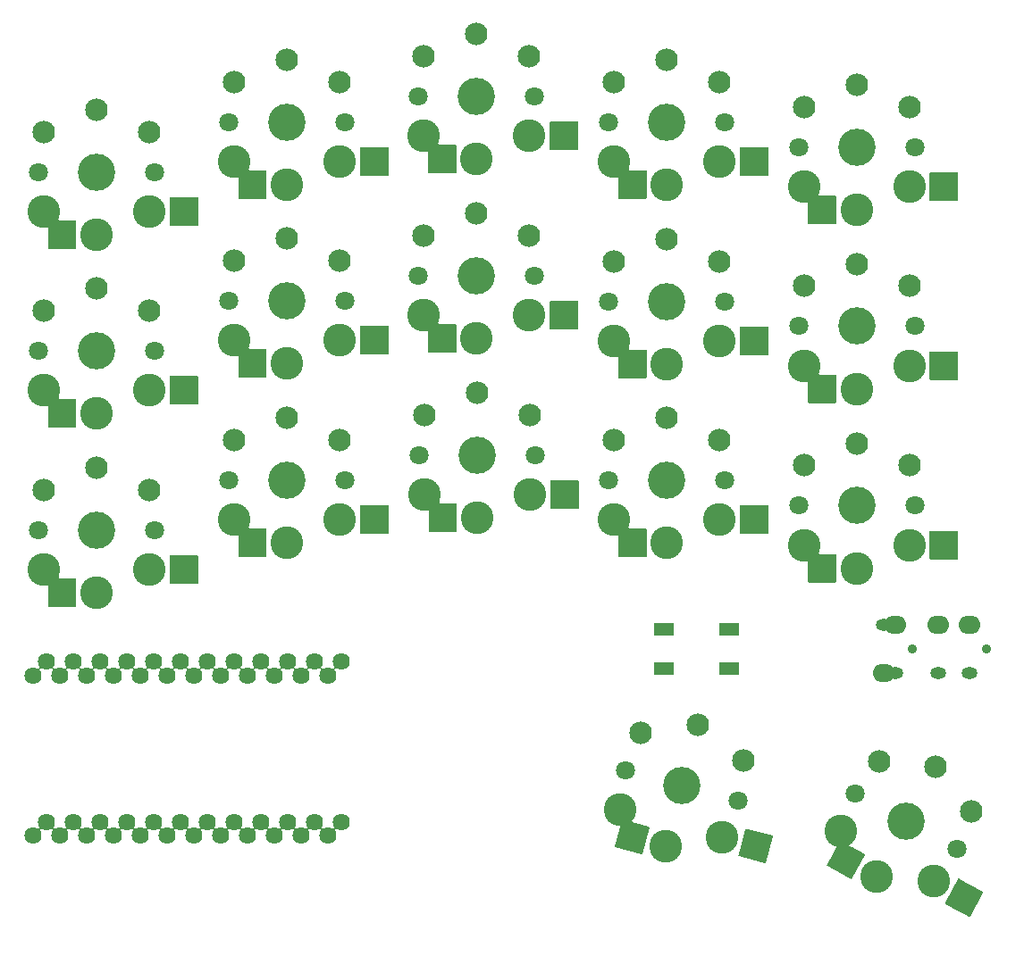
<source format=gbr>
G04 #@! TF.GenerationSoftware,KiCad,Pcbnew,(5.1.9-0-10_14)*
G04 #@! TF.CreationDate,2021-02-04T04:09:05-06:00*
G04 #@! TF.ProjectId,microredox,6d696372-6f72-4656-946f-782e6b696361,rev?*
G04 #@! TF.SameCoordinates,Original*
G04 #@! TF.FileFunction,Soldermask,Top*
G04 #@! TF.FilePolarity,Negative*
%FSLAX46Y46*%
G04 Gerber Fmt 4.6, Leading zero omitted, Abs format (unit mm)*
G04 Created by KiCad (PCBNEW (5.1.9-0-10_14)) date 2021-02-04 04:09:05*
%MOMM*%
%LPD*%
G01*
G04 APERTURE LIST*
%ADD10C,1.626000*%
%ADD11O,2.102000X1.702000*%
%ADD12C,0.902000*%
%ADD13O,1.502000X1.102000*%
%ADD14C,2.134000*%
%ADD15C,3.102000*%
%ADD16C,3.531000*%
%ADD17C,1.803800*%
%ADD18C,0.100000*%
G04 APERTURE END LIST*
D10*
X35369500Y-144780000D03*
X37909500Y-144780000D03*
X40449500Y-144780000D03*
X42989500Y-144780000D03*
X45529500Y-144780000D03*
X48069500Y-144780000D03*
X50609500Y-144780000D03*
X53149500Y-144780000D03*
X55689500Y-144780000D03*
X58229500Y-144780000D03*
X60769500Y-144780000D03*
X63309500Y-144780000D03*
X63309500Y-129540000D03*
X60769500Y-129540000D03*
X58229500Y-129540000D03*
X55689500Y-129540000D03*
X53149500Y-129540000D03*
X50609500Y-129540000D03*
X48069500Y-129540000D03*
X45529500Y-129540000D03*
X42989500Y-129540000D03*
X40449500Y-129540000D03*
X37909500Y-129540000D03*
X35369500Y-129540000D03*
X34099500Y-146086400D03*
X36639500Y-146086400D03*
X39179500Y-146086400D03*
X41719500Y-146086400D03*
X44259500Y-146086400D03*
X46799500Y-146086400D03*
X49339500Y-146086400D03*
X51879500Y-146086400D03*
X54419500Y-146086400D03*
X56959500Y-146086400D03*
X59499500Y-146086400D03*
X62039500Y-146086400D03*
X62039500Y-130866400D03*
X59499500Y-130866400D03*
X56959500Y-130866400D03*
X54419500Y-130866400D03*
X51879500Y-130866400D03*
X49339500Y-130866400D03*
X46799500Y-130866400D03*
X44259500Y-130866400D03*
X41719500Y-130866400D03*
X39179500Y-130866400D03*
X36639500Y-130866400D03*
X34099500Y-130866400D03*
G36*
G01*
X92913500Y-130733500D02*
X92913500Y-129633500D01*
G75*
G02*
X92964500Y-129582500I51000J0D01*
G01*
X94764500Y-129582500D01*
G75*
G02*
X94815500Y-129633500I0J-51000D01*
G01*
X94815500Y-130733500D01*
G75*
G02*
X94764500Y-130784500I-51000J0D01*
G01*
X92964500Y-130784500D01*
G75*
G02*
X92913500Y-130733500I0J51000D01*
G01*
G37*
G36*
G01*
X99113500Y-127033500D02*
X99113500Y-125933500D01*
G75*
G02*
X99164500Y-125882500I51000J0D01*
G01*
X100964500Y-125882500D01*
G75*
G02*
X101015500Y-125933500I0J-51000D01*
G01*
X101015500Y-127033500D01*
G75*
G02*
X100964500Y-127084500I-51000J0D01*
G01*
X99164500Y-127084500D01*
G75*
G02*
X99113500Y-127033500I0J51000D01*
G01*
G37*
G36*
G01*
X92913500Y-127033500D02*
X92913500Y-125933500D01*
G75*
G02*
X92964500Y-125882500I51000J0D01*
G01*
X94764500Y-125882500D01*
G75*
G02*
X94815500Y-125933500I0J-51000D01*
G01*
X94815500Y-127033500D01*
G75*
G02*
X94764500Y-127084500I-51000J0D01*
G01*
X92964500Y-127084500D01*
G75*
G02*
X92913500Y-127033500I0J51000D01*
G01*
G37*
G36*
G01*
X99113500Y-130733500D02*
X99113500Y-129633500D01*
G75*
G02*
X99164500Y-129582500I51000J0D01*
G01*
X100964500Y-129582500D01*
G75*
G02*
X101015500Y-129633500I0J-51000D01*
G01*
X101015500Y-130733500D01*
G75*
G02*
X100964500Y-130784500I-51000J0D01*
G01*
X99164500Y-130784500D01*
G75*
G02*
X99113500Y-130733500I0J51000D01*
G01*
G37*
D11*
X115847500Y-126033500D03*
X114747500Y-130633500D03*
X119847500Y-126033500D03*
D12*
X124447500Y-128333500D03*
X117447500Y-128333500D03*
D11*
X122847500Y-126033500D03*
D13*
X114747500Y-126033500D03*
X115847500Y-130633500D03*
X119847500Y-130633500D03*
X122847500Y-130633500D03*
D12*
X124447500Y-128333500D03*
X117447500Y-128333500D03*
D14*
X123047289Y-143762789D03*
D15*
X110656569Y-145626270D03*
G36*
G01*
X124130455Y-151462732D02*
X122889842Y-153747657D01*
G75*
G02*
X122820687Y-153768142I-44820J24335D01*
G01*
X120535762Y-152527529D01*
G75*
G02*
X120515277Y-152458374I24335J44820D01*
G01*
X121755890Y-150173449D01*
G75*
G02*
X121825045Y-150152964I44820J-24335D01*
G01*
X124109970Y-151393577D01*
G75*
G02*
X124130455Y-151462732I-24335J-44820D01*
G01*
G37*
X114000905Y-149945462D03*
D14*
X119655237Y-139531479D03*
X114259118Y-138991201D03*
D16*
X116840000Y-144716500D03*
D15*
X119444740Y-150397858D03*
G36*
G01*
X112930368Y-147884946D02*
X111689755Y-150169871D01*
G75*
G02*
X111620600Y-150190356I-44820J24335D01*
G01*
X109335675Y-148949743D01*
G75*
G02*
X109315190Y-148880588I24335J44820D01*
G01*
X110555803Y-146595663D01*
G75*
G02*
X110624958Y-146575178I44820J-24335D01*
G01*
X112909883Y-147815791D01*
G75*
G02*
X112930368Y-147884946I-24335J-44820D01*
G01*
G37*
D17*
X112006506Y-142092127D03*
X121673494Y-147340873D03*
D14*
X117141000Y-110944500D03*
D15*
X107141000Y-118494500D03*
G36*
G01*
X121767000Y-117194500D02*
X121767000Y-119794500D01*
G75*
G02*
X121716000Y-119845500I-51000J0D01*
G01*
X119116000Y-119845500D01*
G75*
G02*
X119065000Y-119794500I0J51000D01*
G01*
X119065000Y-117194500D01*
G75*
G02*
X119116000Y-117143500I51000J0D01*
G01*
X121716000Y-117143500D01*
G75*
G02*
X121767000Y-117194500I0J-51000D01*
G01*
G37*
X112141000Y-120694500D03*
D14*
X112141000Y-108844500D03*
X107141000Y-110944500D03*
D16*
X112141000Y-114744500D03*
D15*
X117141000Y-118494500D03*
G36*
G01*
X110217000Y-119394500D02*
X110217000Y-121994500D01*
G75*
G02*
X110166000Y-122045500I-51000J0D01*
G01*
X107566000Y-122045500D01*
G75*
G02*
X107515000Y-121994500I0J51000D01*
G01*
X107515000Y-119394500D01*
G75*
G02*
X107566000Y-119343500I51000J0D01*
G01*
X110166000Y-119343500D01*
G75*
G02*
X110217000Y-119394500I0J-51000D01*
G01*
G37*
D17*
X106641000Y-114744500D03*
X117641000Y-114744500D03*
D14*
X117141000Y-93926500D03*
D15*
X107141000Y-101476500D03*
G36*
G01*
X121767000Y-100176500D02*
X121767000Y-102776500D01*
G75*
G02*
X121716000Y-102827500I-51000J0D01*
G01*
X119116000Y-102827500D01*
G75*
G02*
X119065000Y-102776500I0J51000D01*
G01*
X119065000Y-100176500D01*
G75*
G02*
X119116000Y-100125500I51000J0D01*
G01*
X121716000Y-100125500D01*
G75*
G02*
X121767000Y-100176500I0J-51000D01*
G01*
G37*
X112141000Y-103676500D03*
D14*
X112141000Y-91826500D03*
X107141000Y-93926500D03*
D16*
X112141000Y-97726500D03*
D15*
X117141000Y-101476500D03*
G36*
G01*
X110217000Y-102376500D02*
X110217000Y-104976500D01*
G75*
G02*
X110166000Y-105027500I-51000J0D01*
G01*
X107566000Y-105027500D01*
G75*
G02*
X107515000Y-104976500I0J51000D01*
G01*
X107515000Y-102376500D01*
G75*
G02*
X107566000Y-102325500I51000J0D01*
G01*
X110166000Y-102325500D01*
G75*
G02*
X110217000Y-102376500I0J-51000D01*
G01*
G37*
D17*
X106641000Y-97726500D03*
X117641000Y-97726500D03*
D14*
X117141000Y-76972000D03*
D15*
X107141000Y-84522000D03*
G36*
G01*
X121767000Y-83222000D02*
X121767000Y-85822000D01*
G75*
G02*
X121716000Y-85873000I-51000J0D01*
G01*
X119116000Y-85873000D01*
G75*
G02*
X119065000Y-85822000I0J51000D01*
G01*
X119065000Y-83222000D01*
G75*
G02*
X119116000Y-83171000I51000J0D01*
G01*
X121716000Y-83171000D01*
G75*
G02*
X121767000Y-83222000I0J-51000D01*
G01*
G37*
X112141000Y-86722000D03*
D14*
X112141000Y-74872000D03*
X107141000Y-76972000D03*
D16*
X112141000Y-80772000D03*
D15*
X117141000Y-84522000D03*
G36*
G01*
X110217000Y-85422000D02*
X110217000Y-88022000D01*
G75*
G02*
X110166000Y-88073000I-51000J0D01*
G01*
X107566000Y-88073000D01*
G75*
G02*
X107515000Y-88022000I0J51000D01*
G01*
X107515000Y-85422000D01*
G75*
G02*
X107566000Y-85371000I51000J0D01*
G01*
X110166000Y-85371000D01*
G75*
G02*
X110217000Y-85422000I0J-51000D01*
G01*
G37*
D17*
X106641000Y-80772000D03*
X117641000Y-80772000D03*
D14*
X101380642Y-138911077D03*
D15*
X89767299Y-143615627D03*
G36*
G01*
X104231395Y-146145410D02*
X103558466Y-148656817D01*
G75*
G02*
X103496004Y-148692879I-49262J13200D01*
G01*
X100984597Y-148019950D01*
G75*
G02*
X100948535Y-147957488I13200J49262D01*
G01*
X101621464Y-145446081D01*
G75*
G02*
X101683926Y-145410019I49262J-13200D01*
G01*
X104195333Y-146082948D01*
G75*
G02*
X104231395Y-146145410I-13200J-49262D01*
G01*
G37*
X94027527Y-147034759D03*
D14*
X97094532Y-135588538D03*
X91721383Y-136322887D03*
D16*
X95567500Y-141287500D03*
D15*
X99426558Y-146203817D03*
G36*
G01*
X92505550Y-145281087D02*
X91832621Y-147792494D01*
G75*
G02*
X91770159Y-147828556I-49262J13200D01*
G01*
X89258752Y-147155627D01*
G75*
G02*
X89222690Y-147093165I13200J49262D01*
G01*
X89895619Y-144581758D01*
G75*
G02*
X89958081Y-144545696I49262J-13200D01*
G01*
X92469488Y-145218625D01*
G75*
G02*
X92505550Y-145281087I-13200J-49262D01*
G01*
G37*
D17*
X90254908Y-139863995D03*
X100880092Y-142711005D03*
D14*
X99170500Y-108531500D03*
D15*
X89170500Y-116081500D03*
G36*
G01*
X103796500Y-114781500D02*
X103796500Y-117381500D01*
G75*
G02*
X103745500Y-117432500I-51000J0D01*
G01*
X101145500Y-117432500D01*
G75*
G02*
X101094500Y-117381500I0J51000D01*
G01*
X101094500Y-114781500D01*
G75*
G02*
X101145500Y-114730500I51000J0D01*
G01*
X103745500Y-114730500D01*
G75*
G02*
X103796500Y-114781500I0J-51000D01*
G01*
G37*
X94170500Y-118281500D03*
D14*
X94170500Y-106431500D03*
X89170500Y-108531500D03*
D16*
X94170500Y-112331500D03*
D15*
X99170500Y-116081500D03*
G36*
G01*
X92246500Y-116981500D02*
X92246500Y-119581500D01*
G75*
G02*
X92195500Y-119632500I-51000J0D01*
G01*
X89595500Y-119632500D01*
G75*
G02*
X89544500Y-119581500I0J51000D01*
G01*
X89544500Y-116981500D01*
G75*
G02*
X89595500Y-116930500I51000J0D01*
G01*
X92195500Y-116930500D01*
G75*
G02*
X92246500Y-116981500I0J-51000D01*
G01*
G37*
D17*
X88670500Y-112331500D03*
X99670500Y-112331500D03*
D14*
X99170500Y-91577000D03*
D15*
X89170500Y-99127000D03*
G36*
G01*
X103796500Y-97827000D02*
X103796500Y-100427000D01*
G75*
G02*
X103745500Y-100478000I-51000J0D01*
G01*
X101145500Y-100478000D01*
G75*
G02*
X101094500Y-100427000I0J51000D01*
G01*
X101094500Y-97827000D01*
G75*
G02*
X101145500Y-97776000I51000J0D01*
G01*
X103745500Y-97776000D01*
G75*
G02*
X103796500Y-97827000I0J-51000D01*
G01*
G37*
X94170500Y-101327000D03*
D14*
X94170500Y-89477000D03*
X89170500Y-91577000D03*
D16*
X94170500Y-95377000D03*
D15*
X99170500Y-99127000D03*
G36*
G01*
X92246500Y-100027000D02*
X92246500Y-102627000D01*
G75*
G02*
X92195500Y-102678000I-51000J0D01*
G01*
X89595500Y-102678000D01*
G75*
G02*
X89544500Y-102627000I0J51000D01*
G01*
X89544500Y-100027000D01*
G75*
G02*
X89595500Y-99976000I51000J0D01*
G01*
X92195500Y-99976000D01*
G75*
G02*
X92246500Y-100027000I0J-51000D01*
G01*
G37*
D17*
X88670500Y-95377000D03*
X99670500Y-95377000D03*
D14*
X99170500Y-74559000D03*
D15*
X89170500Y-82109000D03*
G36*
G01*
X103796500Y-80809000D02*
X103796500Y-83409000D01*
G75*
G02*
X103745500Y-83460000I-51000J0D01*
G01*
X101145500Y-83460000D01*
G75*
G02*
X101094500Y-83409000I0J51000D01*
G01*
X101094500Y-80809000D01*
G75*
G02*
X101145500Y-80758000I51000J0D01*
G01*
X103745500Y-80758000D01*
G75*
G02*
X103796500Y-80809000I0J-51000D01*
G01*
G37*
X94170500Y-84309000D03*
D14*
X94170500Y-72459000D03*
X89170500Y-74559000D03*
D16*
X94170500Y-78359000D03*
D15*
X99170500Y-82109000D03*
G36*
G01*
X92246500Y-83009000D02*
X92246500Y-85609000D01*
G75*
G02*
X92195500Y-85660000I-51000J0D01*
G01*
X89595500Y-85660000D01*
G75*
G02*
X89544500Y-85609000I0J51000D01*
G01*
X89544500Y-83009000D01*
G75*
G02*
X89595500Y-82958000I51000J0D01*
G01*
X92195500Y-82958000D01*
G75*
G02*
X92246500Y-83009000I0J-51000D01*
G01*
G37*
D17*
X88670500Y-78359000D03*
X99670500Y-78359000D03*
D14*
X81200000Y-106182000D03*
D15*
X71200000Y-113732000D03*
G36*
G01*
X85826000Y-112432000D02*
X85826000Y-115032000D01*
G75*
G02*
X85775000Y-115083000I-51000J0D01*
G01*
X83175000Y-115083000D01*
G75*
G02*
X83124000Y-115032000I0J51000D01*
G01*
X83124000Y-112432000D01*
G75*
G02*
X83175000Y-112381000I51000J0D01*
G01*
X85775000Y-112381000D01*
G75*
G02*
X85826000Y-112432000I0J-51000D01*
G01*
G37*
X76200000Y-115932000D03*
D14*
X76200000Y-104082000D03*
X71200000Y-106182000D03*
D16*
X76200000Y-109982000D03*
D15*
X81200000Y-113732000D03*
G36*
G01*
X74276000Y-114632000D02*
X74276000Y-117232000D01*
G75*
G02*
X74225000Y-117283000I-51000J0D01*
G01*
X71625000Y-117283000D01*
G75*
G02*
X71574000Y-117232000I0J51000D01*
G01*
X71574000Y-114632000D01*
G75*
G02*
X71625000Y-114581000I51000J0D01*
G01*
X74225000Y-114581000D01*
G75*
G02*
X74276000Y-114632000I0J-51000D01*
G01*
G37*
D17*
X70700000Y-109982000D03*
X81700000Y-109982000D03*
D14*
X81136500Y-89164000D03*
D15*
X71136500Y-96714000D03*
G36*
G01*
X85762500Y-95414000D02*
X85762500Y-98014000D01*
G75*
G02*
X85711500Y-98065000I-51000J0D01*
G01*
X83111500Y-98065000D01*
G75*
G02*
X83060500Y-98014000I0J51000D01*
G01*
X83060500Y-95414000D01*
G75*
G02*
X83111500Y-95363000I51000J0D01*
G01*
X85711500Y-95363000D01*
G75*
G02*
X85762500Y-95414000I0J-51000D01*
G01*
G37*
X76136500Y-98914000D03*
D14*
X76136500Y-87064000D03*
X71136500Y-89164000D03*
D16*
X76136500Y-92964000D03*
D15*
X81136500Y-96714000D03*
G36*
G01*
X74212500Y-97614000D02*
X74212500Y-100214000D01*
G75*
G02*
X74161500Y-100265000I-51000J0D01*
G01*
X71561500Y-100265000D01*
G75*
G02*
X71510500Y-100214000I0J51000D01*
G01*
X71510500Y-97614000D01*
G75*
G02*
X71561500Y-97563000I51000J0D01*
G01*
X74161500Y-97563000D01*
G75*
G02*
X74212500Y-97614000I0J-51000D01*
G01*
G37*
D17*
X70636500Y-92964000D03*
X81636500Y-92964000D03*
D14*
X81136500Y-72146000D03*
D15*
X71136500Y-79696000D03*
G36*
G01*
X85762500Y-78396000D02*
X85762500Y-80996000D01*
G75*
G02*
X85711500Y-81047000I-51000J0D01*
G01*
X83111500Y-81047000D01*
G75*
G02*
X83060500Y-80996000I0J51000D01*
G01*
X83060500Y-78396000D01*
G75*
G02*
X83111500Y-78345000I51000J0D01*
G01*
X85711500Y-78345000D01*
G75*
G02*
X85762500Y-78396000I0J-51000D01*
G01*
G37*
X76136500Y-81896000D03*
D14*
X76136500Y-70046000D03*
X71136500Y-72146000D03*
D16*
X76136500Y-75946000D03*
D15*
X81136500Y-79696000D03*
G36*
G01*
X74212500Y-80596000D02*
X74212500Y-83196000D01*
G75*
G02*
X74161500Y-83247000I-51000J0D01*
G01*
X71561500Y-83247000D01*
G75*
G02*
X71510500Y-83196000I0J51000D01*
G01*
X71510500Y-80596000D01*
G75*
G02*
X71561500Y-80545000I51000J0D01*
G01*
X74161500Y-80545000D01*
G75*
G02*
X74212500Y-80596000I0J-51000D01*
G01*
G37*
D17*
X70636500Y-75946000D03*
X81636500Y-75946000D03*
D14*
X63166000Y-108531500D03*
D15*
X53166000Y-116081500D03*
G36*
G01*
X67792000Y-114781500D02*
X67792000Y-117381500D01*
G75*
G02*
X67741000Y-117432500I-51000J0D01*
G01*
X65141000Y-117432500D01*
G75*
G02*
X65090000Y-117381500I0J51000D01*
G01*
X65090000Y-114781500D01*
G75*
G02*
X65141000Y-114730500I51000J0D01*
G01*
X67741000Y-114730500D01*
G75*
G02*
X67792000Y-114781500I0J-51000D01*
G01*
G37*
X58166000Y-118281500D03*
D14*
X58166000Y-106431500D03*
X53166000Y-108531500D03*
D16*
X58166000Y-112331500D03*
D15*
X63166000Y-116081500D03*
G36*
G01*
X56242000Y-116981500D02*
X56242000Y-119581500D01*
G75*
G02*
X56191000Y-119632500I-51000J0D01*
G01*
X53591000Y-119632500D01*
G75*
G02*
X53540000Y-119581500I0J51000D01*
G01*
X53540000Y-116981500D01*
G75*
G02*
X53591000Y-116930500I51000J0D01*
G01*
X56191000Y-116930500D01*
G75*
G02*
X56242000Y-116981500I0J-51000D01*
G01*
G37*
D17*
X52666000Y-112331500D03*
X63666000Y-112331500D03*
D14*
X63166000Y-91513500D03*
D15*
X53166000Y-99063500D03*
G36*
G01*
X67792000Y-97763500D02*
X67792000Y-100363500D01*
G75*
G02*
X67741000Y-100414500I-51000J0D01*
G01*
X65141000Y-100414500D01*
G75*
G02*
X65090000Y-100363500I0J51000D01*
G01*
X65090000Y-97763500D01*
G75*
G02*
X65141000Y-97712500I51000J0D01*
G01*
X67741000Y-97712500D01*
G75*
G02*
X67792000Y-97763500I0J-51000D01*
G01*
G37*
X58166000Y-101263500D03*
D14*
X58166000Y-89413500D03*
X53166000Y-91513500D03*
D16*
X58166000Y-95313500D03*
D15*
X63166000Y-99063500D03*
G36*
G01*
X56242000Y-99963500D02*
X56242000Y-102563500D01*
G75*
G02*
X56191000Y-102614500I-51000J0D01*
G01*
X53591000Y-102614500D01*
G75*
G02*
X53540000Y-102563500I0J51000D01*
G01*
X53540000Y-99963500D01*
G75*
G02*
X53591000Y-99912500I51000J0D01*
G01*
X56191000Y-99912500D01*
G75*
G02*
X56242000Y-99963500I0J-51000D01*
G01*
G37*
D17*
X52666000Y-95313500D03*
X63666000Y-95313500D03*
D14*
X63166000Y-74559000D03*
D15*
X53166000Y-82109000D03*
G36*
G01*
X67792000Y-80809000D02*
X67792000Y-83409000D01*
G75*
G02*
X67741000Y-83460000I-51000J0D01*
G01*
X65141000Y-83460000D01*
G75*
G02*
X65090000Y-83409000I0J51000D01*
G01*
X65090000Y-80809000D01*
G75*
G02*
X65141000Y-80758000I51000J0D01*
G01*
X67741000Y-80758000D01*
G75*
G02*
X67792000Y-80809000I0J-51000D01*
G01*
G37*
X58166000Y-84309000D03*
D14*
X58166000Y-72459000D03*
X53166000Y-74559000D03*
D16*
X58166000Y-78359000D03*
D15*
X63166000Y-82109000D03*
G36*
G01*
X56242000Y-83009000D02*
X56242000Y-85609000D01*
G75*
G02*
X56191000Y-85660000I-51000J0D01*
G01*
X53591000Y-85660000D01*
G75*
G02*
X53540000Y-85609000I0J51000D01*
G01*
X53540000Y-83009000D01*
G75*
G02*
X53591000Y-82958000I51000J0D01*
G01*
X56191000Y-82958000D01*
G75*
G02*
X56242000Y-83009000I0J-51000D01*
G01*
G37*
D17*
X52666000Y-78359000D03*
X63666000Y-78359000D03*
D14*
X45132000Y-113294000D03*
D15*
X35132000Y-120844000D03*
G36*
G01*
X49758000Y-119544000D02*
X49758000Y-122144000D01*
G75*
G02*
X49707000Y-122195000I-51000J0D01*
G01*
X47107000Y-122195000D01*
G75*
G02*
X47056000Y-122144000I0J51000D01*
G01*
X47056000Y-119544000D01*
G75*
G02*
X47107000Y-119493000I51000J0D01*
G01*
X49707000Y-119493000D01*
G75*
G02*
X49758000Y-119544000I0J-51000D01*
G01*
G37*
X40132000Y-123044000D03*
D14*
X40132000Y-111194000D03*
X35132000Y-113294000D03*
D16*
X40132000Y-117094000D03*
D15*
X45132000Y-120844000D03*
G36*
G01*
X38208000Y-121744000D02*
X38208000Y-124344000D01*
G75*
G02*
X38157000Y-124395000I-51000J0D01*
G01*
X35557000Y-124395000D01*
G75*
G02*
X35506000Y-124344000I0J51000D01*
G01*
X35506000Y-121744000D01*
G75*
G02*
X35557000Y-121693000I51000J0D01*
G01*
X38157000Y-121693000D01*
G75*
G02*
X38208000Y-121744000I0J-51000D01*
G01*
G37*
D17*
X34632000Y-117094000D03*
X45632000Y-117094000D03*
D14*
X45132000Y-96276000D03*
D15*
X35132000Y-103826000D03*
G36*
G01*
X49758000Y-102526000D02*
X49758000Y-105126000D01*
G75*
G02*
X49707000Y-105177000I-51000J0D01*
G01*
X47107000Y-105177000D01*
G75*
G02*
X47056000Y-105126000I0J51000D01*
G01*
X47056000Y-102526000D01*
G75*
G02*
X47107000Y-102475000I51000J0D01*
G01*
X49707000Y-102475000D01*
G75*
G02*
X49758000Y-102526000I0J-51000D01*
G01*
G37*
X40132000Y-106026000D03*
D14*
X40132000Y-94176000D03*
X35132000Y-96276000D03*
D16*
X40132000Y-100076000D03*
D15*
X45132000Y-103826000D03*
G36*
G01*
X38208000Y-104726000D02*
X38208000Y-107326000D01*
G75*
G02*
X38157000Y-107377000I-51000J0D01*
G01*
X35557000Y-107377000D01*
G75*
G02*
X35506000Y-107326000I0J51000D01*
G01*
X35506000Y-104726000D01*
G75*
G02*
X35557000Y-104675000I51000J0D01*
G01*
X38157000Y-104675000D01*
G75*
G02*
X38208000Y-104726000I0J-51000D01*
G01*
G37*
D17*
X34632000Y-100076000D03*
X45632000Y-100076000D03*
D14*
X45132000Y-79321500D03*
D15*
X35132000Y-86871500D03*
G36*
G01*
X49758000Y-85571500D02*
X49758000Y-88171500D01*
G75*
G02*
X49707000Y-88222500I-51000J0D01*
G01*
X47107000Y-88222500D01*
G75*
G02*
X47056000Y-88171500I0J51000D01*
G01*
X47056000Y-85571500D01*
G75*
G02*
X47107000Y-85520500I51000J0D01*
G01*
X49707000Y-85520500D01*
G75*
G02*
X49758000Y-85571500I0J-51000D01*
G01*
G37*
X40132000Y-89071500D03*
D14*
X40132000Y-77221500D03*
X35132000Y-79321500D03*
D16*
X40132000Y-83121500D03*
D15*
X45132000Y-86871500D03*
G36*
G01*
X38208000Y-87771500D02*
X38208000Y-90371500D01*
G75*
G02*
X38157000Y-90422500I-51000J0D01*
G01*
X35557000Y-90422500D01*
G75*
G02*
X35506000Y-90371500I0J51000D01*
G01*
X35506000Y-87771500D01*
G75*
G02*
X35557000Y-87720500I51000J0D01*
G01*
X38157000Y-87720500D01*
G75*
G02*
X38208000Y-87771500I0J-51000D01*
G01*
G37*
D17*
X34632000Y-83121500D03*
X45632000Y-83121500D03*
D18*
G36*
X124155744Y-151416155D02*
G01*
X124156789Y-151417861D01*
X124156548Y-151418867D01*
X122867264Y-153793431D01*
X122865558Y-153794476D01*
X122864552Y-153794235D01*
X120489988Y-152504951D01*
X120488943Y-152503245D01*
X120489147Y-152502390D01*
X120493655Y-152502390D01*
X122864703Y-153789764D01*
X124152077Y-151418716D01*
X121781029Y-150131342D01*
X121735257Y-150215644D01*
X120493655Y-152502390D01*
X120489147Y-152502390D01*
X120489184Y-152502239D01*
X121731741Y-150213736D01*
X121778468Y-150127675D01*
X121781180Y-150126871D01*
X124155744Y-151416155D01*
G37*
G36*
X111560457Y-146879904D02*
G01*
X111559730Y-146881581D01*
X111545683Y-146893108D01*
X111530387Y-146911745D01*
X111519022Y-146933009D01*
X111512022Y-146956083D01*
X111509659Y-146980075D01*
X111512022Y-147004066D01*
X111519022Y-147027141D01*
X111530387Y-147048404D01*
X111545651Y-147067003D01*
X111574089Y-147088238D01*
X112955657Y-147838369D01*
X112956702Y-147840075D01*
X112956461Y-147841081D01*
X111713904Y-150129584D01*
X111667177Y-150215645D01*
X111665471Y-150216690D01*
X111664465Y-150216449D01*
X109289901Y-148927165D01*
X109288856Y-148925459D01*
X109289097Y-148924453D01*
X109878357Y-147839173D01*
X109880063Y-147838128D01*
X109881820Y-147839082D01*
X109881873Y-147841081D01*
X109293568Y-148924604D01*
X111664616Y-150211978D01*
X111710388Y-150127676D01*
X112951990Y-147840930D01*
X111390725Y-146993233D01*
X111389680Y-146991527D01*
X111390568Y-146989812D01*
X111557350Y-146878372D01*
X111559346Y-146878241D01*
X111560457Y-146879904D01*
G37*
G36*
X34695877Y-145224567D02*
G01*
X34742597Y-145294488D01*
X34855012Y-145406903D01*
X34946755Y-145468204D01*
X34947640Y-145469998D01*
X34946529Y-145471661D01*
X34944701Y-145471631D01*
X34928682Y-145463069D01*
X34905607Y-145456069D01*
X34881616Y-145453706D01*
X34857625Y-145456069D01*
X34834550Y-145463069D01*
X34813286Y-145474434D01*
X34794649Y-145489730D01*
X34779354Y-145508366D01*
X34767989Y-145529630D01*
X34760989Y-145552705D01*
X34758626Y-145576696D01*
X34760989Y-145600687D01*
X34767989Y-145623762D01*
X34776550Y-145639779D01*
X34776484Y-145641778D01*
X34774721Y-145642721D01*
X34773123Y-145641833D01*
X34726403Y-145571912D01*
X34613988Y-145459497D01*
X34522245Y-145398196D01*
X34521360Y-145396402D01*
X34522471Y-145394739D01*
X34524299Y-145394769D01*
X34540318Y-145403331D01*
X34563393Y-145410331D01*
X34587384Y-145412694D01*
X34611375Y-145410331D01*
X34634450Y-145403331D01*
X34655714Y-145391966D01*
X34674351Y-145376670D01*
X34689646Y-145358034D01*
X34701011Y-145336770D01*
X34708011Y-145313695D01*
X34710374Y-145289704D01*
X34708011Y-145265713D01*
X34701011Y-145242638D01*
X34692450Y-145226621D01*
X34692516Y-145224622D01*
X34694279Y-145223679D01*
X34695877Y-145224567D01*
G37*
G36*
X52475877Y-145224567D02*
G01*
X52522597Y-145294488D01*
X52635012Y-145406903D01*
X52726755Y-145468204D01*
X52727640Y-145469998D01*
X52726529Y-145471661D01*
X52724701Y-145471631D01*
X52708682Y-145463069D01*
X52685607Y-145456069D01*
X52661616Y-145453706D01*
X52637625Y-145456069D01*
X52614550Y-145463069D01*
X52593286Y-145474434D01*
X52574649Y-145489730D01*
X52559354Y-145508366D01*
X52547989Y-145529630D01*
X52540989Y-145552705D01*
X52538626Y-145576696D01*
X52540989Y-145600687D01*
X52547989Y-145623762D01*
X52556550Y-145639779D01*
X52556484Y-145641778D01*
X52554721Y-145642721D01*
X52553123Y-145641833D01*
X52506403Y-145571912D01*
X52393988Y-145459497D01*
X52302245Y-145398196D01*
X52301360Y-145396402D01*
X52302471Y-145394739D01*
X52304299Y-145394769D01*
X52320318Y-145403331D01*
X52343393Y-145410331D01*
X52367384Y-145412694D01*
X52391375Y-145410331D01*
X52414450Y-145403331D01*
X52435714Y-145391966D01*
X52454351Y-145376670D01*
X52469646Y-145358034D01*
X52481011Y-145336770D01*
X52488011Y-145313695D01*
X52490374Y-145289704D01*
X52488011Y-145265713D01*
X52481011Y-145242638D01*
X52472450Y-145226621D01*
X52472516Y-145224622D01*
X52474279Y-145223679D01*
X52475877Y-145224567D01*
G37*
G36*
X37235877Y-145224567D02*
G01*
X37282597Y-145294488D01*
X37395012Y-145406903D01*
X37486755Y-145468204D01*
X37487640Y-145469998D01*
X37486529Y-145471661D01*
X37484701Y-145471631D01*
X37468682Y-145463069D01*
X37445607Y-145456069D01*
X37421616Y-145453706D01*
X37397625Y-145456069D01*
X37374550Y-145463069D01*
X37353286Y-145474434D01*
X37334649Y-145489730D01*
X37319354Y-145508366D01*
X37307989Y-145529630D01*
X37300989Y-145552705D01*
X37298626Y-145576696D01*
X37300989Y-145600687D01*
X37307989Y-145623762D01*
X37316550Y-145639779D01*
X37316484Y-145641778D01*
X37314721Y-145642721D01*
X37313123Y-145641833D01*
X37266403Y-145571912D01*
X37153988Y-145459497D01*
X37062245Y-145398196D01*
X37061360Y-145396402D01*
X37062471Y-145394739D01*
X37064299Y-145394769D01*
X37080318Y-145403331D01*
X37103393Y-145410331D01*
X37127384Y-145412694D01*
X37151375Y-145410331D01*
X37174450Y-145403331D01*
X37195714Y-145391966D01*
X37214351Y-145376670D01*
X37229646Y-145358034D01*
X37241011Y-145336770D01*
X37248011Y-145313695D01*
X37250374Y-145289704D01*
X37248011Y-145265713D01*
X37241011Y-145242638D01*
X37232450Y-145226621D01*
X37232516Y-145224622D01*
X37234279Y-145223679D01*
X37235877Y-145224567D01*
G37*
G36*
X44855877Y-145224567D02*
G01*
X44902597Y-145294488D01*
X45015012Y-145406903D01*
X45106755Y-145468204D01*
X45107640Y-145469998D01*
X45106529Y-145471661D01*
X45104701Y-145471631D01*
X45088682Y-145463069D01*
X45065607Y-145456069D01*
X45041616Y-145453706D01*
X45017625Y-145456069D01*
X44994550Y-145463069D01*
X44973286Y-145474434D01*
X44954649Y-145489730D01*
X44939354Y-145508366D01*
X44927989Y-145529630D01*
X44920989Y-145552705D01*
X44918626Y-145576696D01*
X44920989Y-145600687D01*
X44927989Y-145623762D01*
X44936550Y-145639779D01*
X44936484Y-145641778D01*
X44934721Y-145642721D01*
X44933123Y-145641833D01*
X44886403Y-145571912D01*
X44773988Y-145459497D01*
X44682245Y-145398196D01*
X44681360Y-145396402D01*
X44682471Y-145394739D01*
X44684299Y-145394769D01*
X44700318Y-145403331D01*
X44723393Y-145410331D01*
X44747384Y-145412694D01*
X44771375Y-145410331D01*
X44794450Y-145403331D01*
X44815714Y-145391966D01*
X44834351Y-145376670D01*
X44849646Y-145358034D01*
X44861011Y-145336770D01*
X44868011Y-145313695D01*
X44870374Y-145289704D01*
X44868011Y-145265713D01*
X44861011Y-145242638D01*
X44852450Y-145226621D01*
X44852516Y-145224622D01*
X44854279Y-145223679D01*
X44855877Y-145224567D01*
G37*
G36*
X49935877Y-145224567D02*
G01*
X49982597Y-145294488D01*
X50095012Y-145406903D01*
X50186755Y-145468204D01*
X50187640Y-145469998D01*
X50186529Y-145471661D01*
X50184701Y-145471631D01*
X50168682Y-145463069D01*
X50145607Y-145456069D01*
X50121616Y-145453706D01*
X50097625Y-145456069D01*
X50074550Y-145463069D01*
X50053286Y-145474434D01*
X50034649Y-145489730D01*
X50019354Y-145508366D01*
X50007989Y-145529630D01*
X50000989Y-145552705D01*
X49998626Y-145576696D01*
X50000989Y-145600687D01*
X50007989Y-145623762D01*
X50016550Y-145639779D01*
X50016484Y-145641778D01*
X50014721Y-145642721D01*
X50013123Y-145641833D01*
X49966403Y-145571912D01*
X49853988Y-145459497D01*
X49762245Y-145398196D01*
X49761360Y-145396402D01*
X49762471Y-145394739D01*
X49764299Y-145394769D01*
X49780318Y-145403331D01*
X49803393Y-145410331D01*
X49827384Y-145412694D01*
X49851375Y-145410331D01*
X49874450Y-145403331D01*
X49895714Y-145391966D01*
X49914351Y-145376670D01*
X49929646Y-145358034D01*
X49941011Y-145336770D01*
X49948011Y-145313695D01*
X49950374Y-145289704D01*
X49948011Y-145265713D01*
X49941011Y-145242638D01*
X49932450Y-145226621D01*
X49932516Y-145224622D01*
X49934279Y-145223679D01*
X49935877Y-145224567D01*
G37*
G36*
X39775877Y-145224567D02*
G01*
X39822597Y-145294488D01*
X39935012Y-145406903D01*
X40026755Y-145468204D01*
X40027640Y-145469998D01*
X40026529Y-145471661D01*
X40024701Y-145471631D01*
X40008682Y-145463069D01*
X39985607Y-145456069D01*
X39961616Y-145453706D01*
X39937625Y-145456069D01*
X39914550Y-145463069D01*
X39893286Y-145474434D01*
X39874649Y-145489730D01*
X39859354Y-145508366D01*
X39847989Y-145529630D01*
X39840989Y-145552705D01*
X39838626Y-145576696D01*
X39840989Y-145600687D01*
X39847989Y-145623762D01*
X39856550Y-145639779D01*
X39856484Y-145641778D01*
X39854721Y-145642721D01*
X39853123Y-145641833D01*
X39806403Y-145571912D01*
X39693988Y-145459497D01*
X39602245Y-145398196D01*
X39601360Y-145396402D01*
X39602471Y-145394739D01*
X39604299Y-145394769D01*
X39620318Y-145403331D01*
X39643393Y-145410331D01*
X39667384Y-145412694D01*
X39691375Y-145410331D01*
X39714450Y-145403331D01*
X39735714Y-145391966D01*
X39754351Y-145376670D01*
X39769646Y-145358034D01*
X39781011Y-145336770D01*
X39788011Y-145313695D01*
X39790374Y-145289704D01*
X39788011Y-145265713D01*
X39781011Y-145242638D01*
X39772450Y-145226621D01*
X39772516Y-145224622D01*
X39774279Y-145223679D01*
X39775877Y-145224567D01*
G37*
G36*
X42315877Y-145224567D02*
G01*
X42362597Y-145294488D01*
X42475012Y-145406903D01*
X42566755Y-145468204D01*
X42567640Y-145469998D01*
X42566529Y-145471661D01*
X42564701Y-145471631D01*
X42548682Y-145463069D01*
X42525607Y-145456069D01*
X42501616Y-145453706D01*
X42477625Y-145456069D01*
X42454550Y-145463069D01*
X42433286Y-145474434D01*
X42414649Y-145489730D01*
X42399354Y-145508366D01*
X42387989Y-145529630D01*
X42380989Y-145552705D01*
X42378626Y-145576696D01*
X42380989Y-145600687D01*
X42387989Y-145623762D01*
X42396550Y-145639779D01*
X42396484Y-145641778D01*
X42394721Y-145642721D01*
X42393123Y-145641833D01*
X42346403Y-145571912D01*
X42233988Y-145459497D01*
X42142245Y-145398196D01*
X42141360Y-145396402D01*
X42142471Y-145394739D01*
X42144299Y-145394769D01*
X42160318Y-145403331D01*
X42183393Y-145410331D01*
X42207384Y-145412694D01*
X42231375Y-145410331D01*
X42254450Y-145403331D01*
X42275714Y-145391966D01*
X42294351Y-145376670D01*
X42309646Y-145358034D01*
X42321011Y-145336770D01*
X42328011Y-145313695D01*
X42330374Y-145289704D01*
X42328011Y-145265713D01*
X42321011Y-145242638D01*
X42312450Y-145226621D01*
X42312516Y-145224622D01*
X42314279Y-145223679D01*
X42315877Y-145224567D01*
G37*
G36*
X60095877Y-145224567D02*
G01*
X60142597Y-145294488D01*
X60255012Y-145406903D01*
X60346755Y-145468204D01*
X60347640Y-145469998D01*
X60346529Y-145471661D01*
X60344701Y-145471631D01*
X60328682Y-145463069D01*
X60305607Y-145456069D01*
X60281616Y-145453706D01*
X60257625Y-145456069D01*
X60234550Y-145463069D01*
X60213286Y-145474434D01*
X60194649Y-145489730D01*
X60179354Y-145508366D01*
X60167989Y-145529630D01*
X60160989Y-145552705D01*
X60158626Y-145576696D01*
X60160989Y-145600687D01*
X60167989Y-145623762D01*
X60176550Y-145639779D01*
X60176484Y-145641778D01*
X60174721Y-145642721D01*
X60173123Y-145641833D01*
X60126403Y-145571912D01*
X60013988Y-145459497D01*
X59922245Y-145398196D01*
X59921360Y-145396402D01*
X59922471Y-145394739D01*
X59924299Y-145394769D01*
X59940318Y-145403331D01*
X59963393Y-145410331D01*
X59987384Y-145412694D01*
X60011375Y-145410331D01*
X60034450Y-145403331D01*
X60055714Y-145391966D01*
X60074351Y-145376670D01*
X60089646Y-145358034D01*
X60101011Y-145336770D01*
X60108011Y-145313695D01*
X60110374Y-145289704D01*
X60108011Y-145265713D01*
X60101011Y-145242638D01*
X60092450Y-145226621D01*
X60092516Y-145224622D01*
X60094279Y-145223679D01*
X60095877Y-145224567D01*
G37*
G36*
X47395877Y-145224567D02*
G01*
X47442597Y-145294488D01*
X47555012Y-145406903D01*
X47646755Y-145468204D01*
X47647640Y-145469998D01*
X47646529Y-145471661D01*
X47644701Y-145471631D01*
X47628682Y-145463069D01*
X47605607Y-145456069D01*
X47581616Y-145453706D01*
X47557625Y-145456069D01*
X47534550Y-145463069D01*
X47513286Y-145474434D01*
X47494649Y-145489730D01*
X47479354Y-145508366D01*
X47467989Y-145529630D01*
X47460989Y-145552705D01*
X47458626Y-145576696D01*
X47460989Y-145600687D01*
X47467989Y-145623762D01*
X47476550Y-145639779D01*
X47476484Y-145641778D01*
X47474721Y-145642721D01*
X47473123Y-145641833D01*
X47426403Y-145571912D01*
X47313988Y-145459497D01*
X47222245Y-145398196D01*
X47221360Y-145396402D01*
X47222471Y-145394739D01*
X47224299Y-145394769D01*
X47240318Y-145403331D01*
X47263393Y-145410331D01*
X47287384Y-145412694D01*
X47311375Y-145410331D01*
X47334450Y-145403331D01*
X47355714Y-145391966D01*
X47374351Y-145376670D01*
X47389646Y-145358034D01*
X47401011Y-145336770D01*
X47408011Y-145313695D01*
X47410374Y-145289704D01*
X47408011Y-145265713D01*
X47401011Y-145242638D01*
X47392450Y-145226621D01*
X47392516Y-145224622D01*
X47394279Y-145223679D01*
X47395877Y-145224567D01*
G37*
G36*
X57555877Y-145224567D02*
G01*
X57602597Y-145294488D01*
X57715012Y-145406903D01*
X57806755Y-145468204D01*
X57807640Y-145469998D01*
X57806529Y-145471661D01*
X57804701Y-145471631D01*
X57788682Y-145463069D01*
X57765607Y-145456069D01*
X57741616Y-145453706D01*
X57717625Y-145456069D01*
X57694550Y-145463069D01*
X57673286Y-145474434D01*
X57654649Y-145489730D01*
X57639354Y-145508366D01*
X57627989Y-145529630D01*
X57620989Y-145552705D01*
X57618626Y-145576696D01*
X57620989Y-145600687D01*
X57627989Y-145623762D01*
X57636550Y-145639779D01*
X57636484Y-145641778D01*
X57634721Y-145642721D01*
X57633123Y-145641833D01*
X57586403Y-145571912D01*
X57473988Y-145459497D01*
X57382245Y-145398196D01*
X57381360Y-145396402D01*
X57382471Y-145394739D01*
X57384299Y-145394769D01*
X57400318Y-145403331D01*
X57423393Y-145410331D01*
X57447384Y-145412694D01*
X57471375Y-145410331D01*
X57494450Y-145403331D01*
X57515714Y-145391966D01*
X57534351Y-145376670D01*
X57549646Y-145358034D01*
X57561011Y-145336770D01*
X57568011Y-145313695D01*
X57570374Y-145289704D01*
X57568011Y-145265713D01*
X57561011Y-145242638D01*
X57552450Y-145226621D01*
X57552516Y-145224622D01*
X57554279Y-145223679D01*
X57555877Y-145224567D01*
G37*
G36*
X62635877Y-145224567D02*
G01*
X62682597Y-145294488D01*
X62795012Y-145406903D01*
X62886755Y-145468204D01*
X62887640Y-145469998D01*
X62886529Y-145471661D01*
X62884701Y-145471631D01*
X62868682Y-145463069D01*
X62845607Y-145456069D01*
X62821616Y-145453706D01*
X62797625Y-145456069D01*
X62774550Y-145463069D01*
X62753286Y-145474434D01*
X62734649Y-145489730D01*
X62719354Y-145508366D01*
X62707989Y-145529630D01*
X62700989Y-145552705D01*
X62698626Y-145576696D01*
X62700989Y-145600687D01*
X62707989Y-145623762D01*
X62716550Y-145639779D01*
X62716484Y-145641778D01*
X62714721Y-145642721D01*
X62713123Y-145641833D01*
X62666403Y-145571912D01*
X62553988Y-145459497D01*
X62462245Y-145398196D01*
X62461360Y-145396402D01*
X62462471Y-145394739D01*
X62464299Y-145394769D01*
X62480318Y-145403331D01*
X62503393Y-145410331D01*
X62527384Y-145412694D01*
X62551375Y-145410331D01*
X62574450Y-145403331D01*
X62595714Y-145391966D01*
X62614351Y-145376670D01*
X62629646Y-145358034D01*
X62641011Y-145336770D01*
X62648011Y-145313695D01*
X62650374Y-145289704D01*
X62648011Y-145265713D01*
X62641011Y-145242638D01*
X62632450Y-145226621D01*
X62632516Y-145224622D01*
X62634279Y-145223679D01*
X62635877Y-145224567D01*
G37*
G36*
X55015877Y-145224567D02*
G01*
X55062597Y-145294488D01*
X55175012Y-145406903D01*
X55266755Y-145468204D01*
X55267640Y-145469998D01*
X55266529Y-145471661D01*
X55264701Y-145471631D01*
X55248682Y-145463069D01*
X55225607Y-145456069D01*
X55201616Y-145453706D01*
X55177625Y-145456069D01*
X55154550Y-145463069D01*
X55133286Y-145474434D01*
X55114649Y-145489730D01*
X55099354Y-145508366D01*
X55087989Y-145529630D01*
X55080989Y-145552705D01*
X55078626Y-145576696D01*
X55080989Y-145600687D01*
X55087989Y-145623762D01*
X55096550Y-145639779D01*
X55096484Y-145641778D01*
X55094721Y-145642721D01*
X55093123Y-145641833D01*
X55046403Y-145571912D01*
X54933988Y-145459497D01*
X54842245Y-145398196D01*
X54841360Y-145396402D01*
X54842471Y-145394739D01*
X54844299Y-145394769D01*
X54860318Y-145403331D01*
X54883393Y-145410331D01*
X54907384Y-145412694D01*
X54931375Y-145410331D01*
X54954450Y-145403331D01*
X54975714Y-145391966D01*
X54994351Y-145376670D01*
X55009646Y-145358034D01*
X55021011Y-145336770D01*
X55028011Y-145313695D01*
X55030374Y-145289704D01*
X55028011Y-145265713D01*
X55021011Y-145242638D01*
X55012450Y-145226621D01*
X55012516Y-145224622D01*
X55014279Y-145223679D01*
X55015877Y-145224567D01*
G37*
G36*
X46206580Y-145224793D02*
G01*
X46206550Y-145226621D01*
X46197989Y-145242638D01*
X46190989Y-145265713D01*
X46188626Y-145289704D01*
X46190989Y-145313695D01*
X46197989Y-145336770D01*
X46209354Y-145358033D01*
X46224649Y-145376670D01*
X46243286Y-145391966D01*
X46264550Y-145403331D01*
X46287625Y-145410331D01*
X46311616Y-145412694D01*
X46335607Y-145410331D01*
X46358682Y-145403331D01*
X46374701Y-145394769D01*
X46376700Y-145394835D01*
X46377643Y-145396598D01*
X46376755Y-145398196D01*
X46285012Y-145459497D01*
X46172597Y-145571912D01*
X46125877Y-145641833D01*
X46124083Y-145642718D01*
X46122420Y-145641607D01*
X46122450Y-145639779D01*
X46131011Y-145623762D01*
X46138011Y-145600687D01*
X46140374Y-145576696D01*
X46138011Y-145552705D01*
X46131011Y-145529630D01*
X46119646Y-145508367D01*
X46104351Y-145489730D01*
X46085714Y-145474434D01*
X46064450Y-145463069D01*
X46041375Y-145456069D01*
X46017384Y-145453706D01*
X45993393Y-145456069D01*
X45970318Y-145463069D01*
X45954299Y-145471631D01*
X45952300Y-145471565D01*
X45951357Y-145469802D01*
X45952245Y-145468204D01*
X46043988Y-145406903D01*
X46156403Y-145294488D01*
X46203123Y-145224567D01*
X46204917Y-145223682D01*
X46206580Y-145224793D01*
G37*
G36*
X48746580Y-145224793D02*
G01*
X48746550Y-145226621D01*
X48737989Y-145242638D01*
X48730989Y-145265713D01*
X48728626Y-145289704D01*
X48730989Y-145313695D01*
X48737989Y-145336770D01*
X48749354Y-145358033D01*
X48764649Y-145376670D01*
X48783286Y-145391966D01*
X48804550Y-145403331D01*
X48827625Y-145410331D01*
X48851616Y-145412694D01*
X48875607Y-145410331D01*
X48898682Y-145403331D01*
X48914701Y-145394769D01*
X48916700Y-145394835D01*
X48917643Y-145396598D01*
X48916755Y-145398196D01*
X48825012Y-145459497D01*
X48712597Y-145571912D01*
X48665877Y-145641833D01*
X48664083Y-145642718D01*
X48662420Y-145641607D01*
X48662450Y-145639779D01*
X48671011Y-145623762D01*
X48678011Y-145600687D01*
X48680374Y-145576696D01*
X48678011Y-145552705D01*
X48671011Y-145529630D01*
X48659646Y-145508367D01*
X48644351Y-145489730D01*
X48625714Y-145474434D01*
X48604450Y-145463069D01*
X48581375Y-145456069D01*
X48557384Y-145453706D01*
X48533393Y-145456069D01*
X48510318Y-145463069D01*
X48494299Y-145471631D01*
X48492300Y-145471565D01*
X48491357Y-145469802D01*
X48492245Y-145468204D01*
X48583988Y-145406903D01*
X48696403Y-145294488D01*
X48743123Y-145224567D01*
X48744917Y-145223682D01*
X48746580Y-145224793D01*
G37*
G36*
X51286580Y-145224793D02*
G01*
X51286550Y-145226621D01*
X51277989Y-145242638D01*
X51270989Y-145265713D01*
X51268626Y-145289704D01*
X51270989Y-145313695D01*
X51277989Y-145336770D01*
X51289354Y-145358033D01*
X51304649Y-145376670D01*
X51323286Y-145391966D01*
X51344550Y-145403331D01*
X51367625Y-145410331D01*
X51391616Y-145412694D01*
X51415607Y-145410331D01*
X51438682Y-145403331D01*
X51454701Y-145394769D01*
X51456700Y-145394835D01*
X51457643Y-145396598D01*
X51456755Y-145398196D01*
X51365012Y-145459497D01*
X51252597Y-145571912D01*
X51205877Y-145641833D01*
X51204083Y-145642718D01*
X51202420Y-145641607D01*
X51202450Y-145639779D01*
X51211011Y-145623762D01*
X51218011Y-145600687D01*
X51220374Y-145576696D01*
X51218011Y-145552705D01*
X51211011Y-145529630D01*
X51199646Y-145508367D01*
X51184351Y-145489730D01*
X51165714Y-145474434D01*
X51144450Y-145463069D01*
X51121375Y-145456069D01*
X51097384Y-145453706D01*
X51073393Y-145456069D01*
X51050318Y-145463069D01*
X51034299Y-145471631D01*
X51032300Y-145471565D01*
X51031357Y-145469802D01*
X51032245Y-145468204D01*
X51123988Y-145406903D01*
X51236403Y-145294488D01*
X51283123Y-145224567D01*
X51284917Y-145223682D01*
X51286580Y-145224793D01*
G37*
G36*
X43666580Y-145224793D02*
G01*
X43666550Y-145226621D01*
X43657989Y-145242638D01*
X43650989Y-145265713D01*
X43648626Y-145289704D01*
X43650989Y-145313695D01*
X43657989Y-145336770D01*
X43669354Y-145358033D01*
X43684649Y-145376670D01*
X43703286Y-145391966D01*
X43724550Y-145403331D01*
X43747625Y-145410331D01*
X43771616Y-145412694D01*
X43795607Y-145410331D01*
X43818682Y-145403331D01*
X43834701Y-145394769D01*
X43836700Y-145394835D01*
X43837643Y-145396598D01*
X43836755Y-145398196D01*
X43745012Y-145459497D01*
X43632597Y-145571912D01*
X43585877Y-145641833D01*
X43584083Y-145642718D01*
X43582420Y-145641607D01*
X43582450Y-145639779D01*
X43591011Y-145623762D01*
X43598011Y-145600687D01*
X43600374Y-145576696D01*
X43598011Y-145552705D01*
X43591011Y-145529630D01*
X43579646Y-145508367D01*
X43564351Y-145489730D01*
X43545714Y-145474434D01*
X43524450Y-145463069D01*
X43501375Y-145456069D01*
X43477384Y-145453706D01*
X43453393Y-145456069D01*
X43430318Y-145463069D01*
X43414299Y-145471631D01*
X43412300Y-145471565D01*
X43411357Y-145469802D01*
X43412245Y-145468204D01*
X43503988Y-145406903D01*
X43616403Y-145294488D01*
X43663123Y-145224567D01*
X43664917Y-145223682D01*
X43666580Y-145224793D01*
G37*
G36*
X58906580Y-145224793D02*
G01*
X58906550Y-145226621D01*
X58897989Y-145242638D01*
X58890989Y-145265713D01*
X58888626Y-145289704D01*
X58890989Y-145313695D01*
X58897989Y-145336770D01*
X58909354Y-145358033D01*
X58924649Y-145376670D01*
X58943286Y-145391966D01*
X58964550Y-145403331D01*
X58987625Y-145410331D01*
X59011616Y-145412694D01*
X59035607Y-145410331D01*
X59058682Y-145403331D01*
X59074701Y-145394769D01*
X59076700Y-145394835D01*
X59077643Y-145396598D01*
X59076755Y-145398196D01*
X58985012Y-145459497D01*
X58872597Y-145571912D01*
X58825877Y-145641833D01*
X58824083Y-145642718D01*
X58822420Y-145641607D01*
X58822450Y-145639779D01*
X58831011Y-145623762D01*
X58838011Y-145600687D01*
X58840374Y-145576696D01*
X58838011Y-145552705D01*
X58831011Y-145529630D01*
X58819646Y-145508367D01*
X58804351Y-145489730D01*
X58785714Y-145474434D01*
X58764450Y-145463069D01*
X58741375Y-145456069D01*
X58717384Y-145453706D01*
X58693393Y-145456069D01*
X58670318Y-145463069D01*
X58654299Y-145471631D01*
X58652300Y-145471565D01*
X58651357Y-145469802D01*
X58652245Y-145468204D01*
X58743988Y-145406903D01*
X58856403Y-145294488D01*
X58903123Y-145224567D01*
X58904917Y-145223682D01*
X58906580Y-145224793D01*
G37*
G36*
X41126580Y-145224793D02*
G01*
X41126550Y-145226621D01*
X41117989Y-145242638D01*
X41110989Y-145265713D01*
X41108626Y-145289704D01*
X41110989Y-145313695D01*
X41117989Y-145336770D01*
X41129354Y-145358033D01*
X41144649Y-145376670D01*
X41163286Y-145391966D01*
X41184550Y-145403331D01*
X41207625Y-145410331D01*
X41231616Y-145412694D01*
X41255607Y-145410331D01*
X41278682Y-145403331D01*
X41294701Y-145394769D01*
X41296700Y-145394835D01*
X41297643Y-145396598D01*
X41296755Y-145398196D01*
X41205012Y-145459497D01*
X41092597Y-145571912D01*
X41045877Y-145641833D01*
X41044083Y-145642718D01*
X41042420Y-145641607D01*
X41042450Y-145639779D01*
X41051011Y-145623762D01*
X41058011Y-145600687D01*
X41060374Y-145576696D01*
X41058011Y-145552705D01*
X41051011Y-145529630D01*
X41039646Y-145508367D01*
X41024351Y-145489730D01*
X41005714Y-145474434D01*
X40984450Y-145463069D01*
X40961375Y-145456069D01*
X40937384Y-145453706D01*
X40913393Y-145456069D01*
X40890318Y-145463069D01*
X40874299Y-145471631D01*
X40872300Y-145471565D01*
X40871357Y-145469802D01*
X40872245Y-145468204D01*
X40963988Y-145406903D01*
X41076403Y-145294488D01*
X41123123Y-145224567D01*
X41124917Y-145223682D01*
X41126580Y-145224793D01*
G37*
G36*
X38586580Y-145224793D02*
G01*
X38586550Y-145226621D01*
X38577989Y-145242638D01*
X38570989Y-145265713D01*
X38568626Y-145289704D01*
X38570989Y-145313695D01*
X38577989Y-145336770D01*
X38589354Y-145358033D01*
X38604649Y-145376670D01*
X38623286Y-145391966D01*
X38644550Y-145403331D01*
X38667625Y-145410331D01*
X38691616Y-145412694D01*
X38715607Y-145410331D01*
X38738682Y-145403331D01*
X38754701Y-145394769D01*
X38756700Y-145394835D01*
X38757643Y-145396598D01*
X38756755Y-145398196D01*
X38665012Y-145459497D01*
X38552597Y-145571912D01*
X38505877Y-145641833D01*
X38504083Y-145642718D01*
X38502420Y-145641607D01*
X38502450Y-145639779D01*
X38511011Y-145623762D01*
X38518011Y-145600687D01*
X38520374Y-145576696D01*
X38518011Y-145552705D01*
X38511011Y-145529630D01*
X38499646Y-145508367D01*
X38484351Y-145489730D01*
X38465714Y-145474434D01*
X38444450Y-145463069D01*
X38421375Y-145456069D01*
X38397384Y-145453706D01*
X38373393Y-145456069D01*
X38350318Y-145463069D01*
X38334299Y-145471631D01*
X38332300Y-145471565D01*
X38331357Y-145469802D01*
X38332245Y-145468204D01*
X38423988Y-145406903D01*
X38536403Y-145294488D01*
X38583123Y-145224567D01*
X38584917Y-145223682D01*
X38586580Y-145224793D01*
G37*
G36*
X36046580Y-145224793D02*
G01*
X36046550Y-145226621D01*
X36037989Y-145242638D01*
X36030989Y-145265713D01*
X36028626Y-145289704D01*
X36030989Y-145313695D01*
X36037989Y-145336770D01*
X36049354Y-145358033D01*
X36064649Y-145376670D01*
X36083286Y-145391966D01*
X36104550Y-145403331D01*
X36127625Y-145410331D01*
X36151616Y-145412694D01*
X36175607Y-145410331D01*
X36198682Y-145403331D01*
X36214701Y-145394769D01*
X36216700Y-145394835D01*
X36217643Y-145396598D01*
X36216755Y-145398196D01*
X36125012Y-145459497D01*
X36012597Y-145571912D01*
X35965877Y-145641833D01*
X35964083Y-145642718D01*
X35962420Y-145641607D01*
X35962450Y-145639779D01*
X35971011Y-145623762D01*
X35978011Y-145600687D01*
X35980374Y-145576696D01*
X35978011Y-145552705D01*
X35971011Y-145529630D01*
X35959646Y-145508367D01*
X35944351Y-145489730D01*
X35925714Y-145474434D01*
X35904450Y-145463069D01*
X35881375Y-145456069D01*
X35857384Y-145453706D01*
X35833393Y-145456069D01*
X35810318Y-145463069D01*
X35794299Y-145471631D01*
X35792300Y-145471565D01*
X35791357Y-145469802D01*
X35792245Y-145468204D01*
X35883988Y-145406903D01*
X35996403Y-145294488D01*
X36043123Y-145224567D01*
X36044917Y-145223682D01*
X36046580Y-145224793D01*
G37*
G36*
X61446580Y-145224793D02*
G01*
X61446550Y-145226621D01*
X61437989Y-145242638D01*
X61430989Y-145265713D01*
X61428626Y-145289704D01*
X61430989Y-145313695D01*
X61437989Y-145336770D01*
X61449354Y-145358033D01*
X61464649Y-145376670D01*
X61483286Y-145391966D01*
X61504550Y-145403331D01*
X61527625Y-145410331D01*
X61551616Y-145412694D01*
X61575607Y-145410331D01*
X61598682Y-145403331D01*
X61614701Y-145394769D01*
X61616700Y-145394835D01*
X61617643Y-145396598D01*
X61616755Y-145398196D01*
X61525012Y-145459497D01*
X61412597Y-145571912D01*
X61365877Y-145641833D01*
X61364083Y-145642718D01*
X61362420Y-145641607D01*
X61362450Y-145639779D01*
X61371011Y-145623762D01*
X61378011Y-145600687D01*
X61380374Y-145576696D01*
X61378011Y-145552705D01*
X61371011Y-145529630D01*
X61359646Y-145508367D01*
X61344351Y-145489730D01*
X61325714Y-145474434D01*
X61304450Y-145463069D01*
X61281375Y-145456069D01*
X61257384Y-145453706D01*
X61233393Y-145456069D01*
X61210318Y-145463069D01*
X61194299Y-145471631D01*
X61192300Y-145471565D01*
X61191357Y-145469802D01*
X61192245Y-145468204D01*
X61283988Y-145406903D01*
X61396403Y-145294488D01*
X61443123Y-145224567D01*
X61444917Y-145223682D01*
X61446580Y-145224793D01*
G37*
G36*
X56366580Y-145224793D02*
G01*
X56366550Y-145226621D01*
X56357989Y-145242638D01*
X56350989Y-145265713D01*
X56348626Y-145289704D01*
X56350989Y-145313695D01*
X56357989Y-145336770D01*
X56369354Y-145358033D01*
X56384649Y-145376670D01*
X56403286Y-145391966D01*
X56424550Y-145403331D01*
X56447625Y-145410331D01*
X56471616Y-145412694D01*
X56495607Y-145410331D01*
X56518682Y-145403331D01*
X56534701Y-145394769D01*
X56536700Y-145394835D01*
X56537643Y-145396598D01*
X56536755Y-145398196D01*
X56445012Y-145459497D01*
X56332597Y-145571912D01*
X56285877Y-145641833D01*
X56284083Y-145642718D01*
X56282420Y-145641607D01*
X56282450Y-145639779D01*
X56291011Y-145623762D01*
X56298011Y-145600687D01*
X56300374Y-145576696D01*
X56298011Y-145552705D01*
X56291011Y-145529630D01*
X56279646Y-145508367D01*
X56264351Y-145489730D01*
X56245714Y-145474434D01*
X56224450Y-145463069D01*
X56201375Y-145456069D01*
X56177384Y-145453706D01*
X56153393Y-145456069D01*
X56130318Y-145463069D01*
X56114299Y-145471631D01*
X56112300Y-145471565D01*
X56111357Y-145469802D01*
X56112245Y-145468204D01*
X56203988Y-145406903D01*
X56316403Y-145294488D01*
X56363123Y-145224567D01*
X56364917Y-145223682D01*
X56366580Y-145224793D01*
G37*
G36*
X53826580Y-145224793D02*
G01*
X53826550Y-145226621D01*
X53817989Y-145242638D01*
X53810989Y-145265713D01*
X53808626Y-145289704D01*
X53810989Y-145313695D01*
X53817989Y-145336770D01*
X53829354Y-145358033D01*
X53844649Y-145376670D01*
X53863286Y-145391966D01*
X53884550Y-145403331D01*
X53907625Y-145410331D01*
X53931616Y-145412694D01*
X53955607Y-145410331D01*
X53978682Y-145403331D01*
X53994701Y-145394769D01*
X53996700Y-145394835D01*
X53997643Y-145396598D01*
X53996755Y-145398196D01*
X53905012Y-145459497D01*
X53792597Y-145571912D01*
X53745877Y-145641833D01*
X53744083Y-145642718D01*
X53742420Y-145641607D01*
X53742450Y-145639779D01*
X53751011Y-145623762D01*
X53758011Y-145600687D01*
X53760374Y-145576696D01*
X53758011Y-145552705D01*
X53751011Y-145529630D01*
X53739646Y-145508367D01*
X53724351Y-145489730D01*
X53705714Y-145474434D01*
X53684450Y-145463069D01*
X53661375Y-145456069D01*
X53637384Y-145453706D01*
X53613393Y-145456069D01*
X53590318Y-145463069D01*
X53574299Y-145471631D01*
X53572300Y-145471565D01*
X53571357Y-145469802D01*
X53572245Y-145468204D01*
X53663988Y-145406903D01*
X53776403Y-145294488D01*
X53823123Y-145224567D01*
X53824917Y-145223682D01*
X53826580Y-145224793D01*
G37*
G36*
X90946138Y-144621085D02*
G01*
X90945752Y-144622872D01*
X90934226Y-144636916D01*
X90922861Y-144658180D01*
X90915861Y-144681255D01*
X90913498Y-144705246D01*
X90915861Y-144729237D01*
X90922861Y-144752312D01*
X90934226Y-144773576D01*
X90949521Y-144792213D01*
X90968158Y-144807508D01*
X90989452Y-144818889D01*
X91004770Y-144824089D01*
X91006089Y-144825593D01*
X91005446Y-144827487D01*
X91003609Y-144827915D01*
X90795161Y-144772062D01*
X90793747Y-144770648D01*
X90794265Y-144768716D01*
X90942792Y-144620189D01*
X90944724Y-144619671D01*
X90946138Y-144621085D01*
G37*
G36*
X34720018Y-130020697D02*
G01*
X34742597Y-130054488D01*
X34855012Y-130166903D01*
X34922618Y-130212076D01*
X34923503Y-130213870D01*
X34922392Y-130215533D01*
X34920564Y-130215503D01*
X34904540Y-130206938D01*
X34881465Y-130199938D01*
X34857474Y-130197575D01*
X34833483Y-130199938D01*
X34810408Y-130206938D01*
X34789144Y-130218303D01*
X34770507Y-130233599D01*
X34755212Y-130252236D01*
X34743847Y-130273499D01*
X34736847Y-130296574D01*
X34734484Y-130320565D01*
X34736847Y-130344556D01*
X34743847Y-130367631D01*
X34752409Y-130383649D01*
X34752343Y-130385648D01*
X34750580Y-130386591D01*
X34748982Y-130385703D01*
X34726403Y-130351912D01*
X34613988Y-130239497D01*
X34546382Y-130194324D01*
X34545497Y-130192530D01*
X34546608Y-130190867D01*
X34548436Y-130190897D01*
X34564460Y-130199462D01*
X34587535Y-130206462D01*
X34611526Y-130208825D01*
X34635517Y-130206462D01*
X34658592Y-130199462D01*
X34679856Y-130188097D01*
X34698493Y-130172801D01*
X34713788Y-130154164D01*
X34725153Y-130132901D01*
X34732153Y-130109826D01*
X34734516Y-130085835D01*
X34732153Y-130061844D01*
X34725153Y-130038769D01*
X34716591Y-130022751D01*
X34716657Y-130020752D01*
X34718420Y-130019809D01*
X34720018Y-130020697D01*
G37*
G36*
X39800018Y-130020697D02*
G01*
X39822597Y-130054488D01*
X39935012Y-130166903D01*
X40002618Y-130212076D01*
X40003503Y-130213870D01*
X40002392Y-130215533D01*
X40000564Y-130215503D01*
X39984540Y-130206938D01*
X39961465Y-130199938D01*
X39937474Y-130197575D01*
X39913483Y-130199938D01*
X39890408Y-130206938D01*
X39869144Y-130218303D01*
X39850507Y-130233599D01*
X39835212Y-130252236D01*
X39823847Y-130273499D01*
X39816847Y-130296574D01*
X39814484Y-130320565D01*
X39816847Y-130344556D01*
X39823847Y-130367631D01*
X39832409Y-130383649D01*
X39832343Y-130385648D01*
X39830580Y-130386591D01*
X39828982Y-130385703D01*
X39806403Y-130351912D01*
X39693988Y-130239497D01*
X39626382Y-130194324D01*
X39625497Y-130192530D01*
X39626608Y-130190867D01*
X39628436Y-130190897D01*
X39644460Y-130199462D01*
X39667535Y-130206462D01*
X39691526Y-130208825D01*
X39715517Y-130206462D01*
X39738592Y-130199462D01*
X39759856Y-130188097D01*
X39778493Y-130172801D01*
X39793788Y-130154164D01*
X39805153Y-130132901D01*
X39812153Y-130109826D01*
X39814516Y-130085835D01*
X39812153Y-130061844D01*
X39805153Y-130038769D01*
X39796591Y-130022751D01*
X39796657Y-130020752D01*
X39798420Y-130019809D01*
X39800018Y-130020697D01*
G37*
G36*
X57580018Y-130020697D02*
G01*
X57602597Y-130054488D01*
X57715012Y-130166903D01*
X57782618Y-130212076D01*
X57783503Y-130213870D01*
X57782392Y-130215533D01*
X57780564Y-130215503D01*
X57764540Y-130206938D01*
X57741465Y-130199938D01*
X57717474Y-130197575D01*
X57693483Y-130199938D01*
X57670408Y-130206938D01*
X57649144Y-130218303D01*
X57630507Y-130233599D01*
X57615212Y-130252236D01*
X57603847Y-130273499D01*
X57596847Y-130296574D01*
X57594484Y-130320565D01*
X57596847Y-130344556D01*
X57603847Y-130367631D01*
X57612409Y-130383649D01*
X57612343Y-130385648D01*
X57610580Y-130386591D01*
X57608982Y-130385703D01*
X57586403Y-130351912D01*
X57473988Y-130239497D01*
X57406382Y-130194324D01*
X57405497Y-130192530D01*
X57406608Y-130190867D01*
X57408436Y-130190897D01*
X57424460Y-130199462D01*
X57447535Y-130206462D01*
X57471526Y-130208825D01*
X57495517Y-130206462D01*
X57518592Y-130199462D01*
X57539856Y-130188097D01*
X57558493Y-130172801D01*
X57573788Y-130154164D01*
X57585153Y-130132901D01*
X57592153Y-130109826D01*
X57594516Y-130085835D01*
X57592153Y-130061844D01*
X57585153Y-130038769D01*
X57576591Y-130022751D01*
X57576657Y-130020752D01*
X57578420Y-130019809D01*
X57580018Y-130020697D01*
G37*
G36*
X42340018Y-130020697D02*
G01*
X42362597Y-130054488D01*
X42475012Y-130166903D01*
X42542618Y-130212076D01*
X42543503Y-130213870D01*
X42542392Y-130215533D01*
X42540564Y-130215503D01*
X42524540Y-130206938D01*
X42501465Y-130199938D01*
X42477474Y-130197575D01*
X42453483Y-130199938D01*
X42430408Y-130206938D01*
X42409144Y-130218303D01*
X42390507Y-130233599D01*
X42375212Y-130252236D01*
X42363847Y-130273499D01*
X42356847Y-130296574D01*
X42354484Y-130320565D01*
X42356847Y-130344556D01*
X42363847Y-130367631D01*
X42372409Y-130383649D01*
X42372343Y-130385648D01*
X42370580Y-130386591D01*
X42368982Y-130385703D01*
X42346403Y-130351912D01*
X42233988Y-130239497D01*
X42166382Y-130194324D01*
X42165497Y-130192530D01*
X42166608Y-130190867D01*
X42168436Y-130190897D01*
X42184460Y-130199462D01*
X42207535Y-130206462D01*
X42231526Y-130208825D01*
X42255517Y-130206462D01*
X42278592Y-130199462D01*
X42299856Y-130188097D01*
X42318493Y-130172801D01*
X42333788Y-130154164D01*
X42345153Y-130132901D01*
X42352153Y-130109826D01*
X42354516Y-130085835D01*
X42352153Y-130061844D01*
X42345153Y-130038769D01*
X42336591Y-130022751D01*
X42336657Y-130020752D01*
X42338420Y-130019809D01*
X42340018Y-130020697D01*
G37*
G36*
X49960018Y-130020697D02*
G01*
X49982597Y-130054488D01*
X50095012Y-130166903D01*
X50162618Y-130212076D01*
X50163503Y-130213870D01*
X50162392Y-130215533D01*
X50160564Y-130215503D01*
X50144540Y-130206938D01*
X50121465Y-130199938D01*
X50097474Y-130197575D01*
X50073483Y-130199938D01*
X50050408Y-130206938D01*
X50029144Y-130218303D01*
X50010507Y-130233599D01*
X49995212Y-130252236D01*
X49983847Y-130273499D01*
X49976847Y-130296574D01*
X49974484Y-130320565D01*
X49976847Y-130344556D01*
X49983847Y-130367631D01*
X49992409Y-130383649D01*
X49992343Y-130385648D01*
X49990580Y-130386591D01*
X49988982Y-130385703D01*
X49966403Y-130351912D01*
X49853988Y-130239497D01*
X49786382Y-130194324D01*
X49785497Y-130192530D01*
X49786608Y-130190867D01*
X49788436Y-130190897D01*
X49804460Y-130199462D01*
X49827535Y-130206462D01*
X49851526Y-130208825D01*
X49875517Y-130206462D01*
X49898592Y-130199462D01*
X49919856Y-130188097D01*
X49938493Y-130172801D01*
X49953788Y-130154164D01*
X49965153Y-130132901D01*
X49972153Y-130109826D01*
X49974516Y-130085835D01*
X49972153Y-130061844D01*
X49965153Y-130038769D01*
X49956591Y-130022751D01*
X49956657Y-130020752D01*
X49958420Y-130019809D01*
X49960018Y-130020697D01*
G37*
G36*
X55040018Y-130020697D02*
G01*
X55062597Y-130054488D01*
X55175012Y-130166903D01*
X55242618Y-130212076D01*
X55243503Y-130213870D01*
X55242392Y-130215533D01*
X55240564Y-130215503D01*
X55224540Y-130206938D01*
X55201465Y-130199938D01*
X55177474Y-130197575D01*
X55153483Y-130199938D01*
X55130408Y-130206938D01*
X55109144Y-130218303D01*
X55090507Y-130233599D01*
X55075212Y-130252236D01*
X55063847Y-130273499D01*
X55056847Y-130296574D01*
X55054484Y-130320565D01*
X55056847Y-130344556D01*
X55063847Y-130367631D01*
X55072409Y-130383649D01*
X55072343Y-130385648D01*
X55070580Y-130386591D01*
X55068982Y-130385703D01*
X55046403Y-130351912D01*
X54933988Y-130239497D01*
X54866382Y-130194324D01*
X54865497Y-130192530D01*
X54866608Y-130190867D01*
X54868436Y-130190897D01*
X54884460Y-130199462D01*
X54907535Y-130206462D01*
X54931526Y-130208825D01*
X54955517Y-130206462D01*
X54978592Y-130199462D01*
X54999856Y-130188097D01*
X55018493Y-130172801D01*
X55033788Y-130154164D01*
X55045153Y-130132901D01*
X55052153Y-130109826D01*
X55054516Y-130085835D01*
X55052153Y-130061844D01*
X55045153Y-130038769D01*
X55036591Y-130022751D01*
X55036657Y-130020752D01*
X55038420Y-130019809D01*
X55040018Y-130020697D01*
G37*
G36*
X52500018Y-130020697D02*
G01*
X52522597Y-130054488D01*
X52635012Y-130166903D01*
X52702618Y-130212076D01*
X52703503Y-130213870D01*
X52702392Y-130215533D01*
X52700564Y-130215503D01*
X52684540Y-130206938D01*
X52661465Y-130199938D01*
X52637474Y-130197575D01*
X52613483Y-130199938D01*
X52590408Y-130206938D01*
X52569144Y-130218303D01*
X52550507Y-130233599D01*
X52535212Y-130252236D01*
X52523847Y-130273499D01*
X52516847Y-130296574D01*
X52514484Y-130320565D01*
X52516847Y-130344556D01*
X52523847Y-130367631D01*
X52532409Y-130383649D01*
X52532343Y-130385648D01*
X52530580Y-130386591D01*
X52528982Y-130385703D01*
X52506403Y-130351912D01*
X52393988Y-130239497D01*
X52326382Y-130194324D01*
X52325497Y-130192530D01*
X52326608Y-130190867D01*
X52328436Y-130190897D01*
X52344460Y-130199462D01*
X52367535Y-130206462D01*
X52391526Y-130208825D01*
X52415517Y-130206462D01*
X52438592Y-130199462D01*
X52459856Y-130188097D01*
X52478493Y-130172801D01*
X52493788Y-130154164D01*
X52505153Y-130132901D01*
X52512153Y-130109826D01*
X52514516Y-130085835D01*
X52512153Y-130061844D01*
X52505153Y-130038769D01*
X52496591Y-130022751D01*
X52496657Y-130020752D01*
X52498420Y-130019809D01*
X52500018Y-130020697D01*
G37*
G36*
X62660018Y-130020697D02*
G01*
X62682597Y-130054488D01*
X62795012Y-130166903D01*
X62862618Y-130212076D01*
X62863503Y-130213870D01*
X62862392Y-130215533D01*
X62860564Y-130215503D01*
X62844540Y-130206938D01*
X62821465Y-130199938D01*
X62797474Y-130197575D01*
X62773483Y-130199938D01*
X62750408Y-130206938D01*
X62729144Y-130218303D01*
X62710507Y-130233599D01*
X62695212Y-130252236D01*
X62683847Y-130273499D01*
X62676847Y-130296574D01*
X62674484Y-130320565D01*
X62676847Y-130344556D01*
X62683847Y-130367631D01*
X62692409Y-130383649D01*
X62692343Y-130385648D01*
X62690580Y-130386591D01*
X62688982Y-130385703D01*
X62666403Y-130351912D01*
X62553988Y-130239497D01*
X62486382Y-130194324D01*
X62485497Y-130192530D01*
X62486608Y-130190867D01*
X62488436Y-130190897D01*
X62504460Y-130199462D01*
X62527535Y-130206462D01*
X62551526Y-130208825D01*
X62575517Y-130206462D01*
X62598592Y-130199462D01*
X62619856Y-130188097D01*
X62638493Y-130172801D01*
X62653788Y-130154164D01*
X62665153Y-130132901D01*
X62672153Y-130109826D01*
X62674516Y-130085835D01*
X62672153Y-130061844D01*
X62665153Y-130038769D01*
X62656591Y-130022751D01*
X62656657Y-130020752D01*
X62658420Y-130019809D01*
X62660018Y-130020697D01*
G37*
G36*
X47420018Y-130020697D02*
G01*
X47442597Y-130054488D01*
X47555012Y-130166903D01*
X47622618Y-130212076D01*
X47623503Y-130213870D01*
X47622392Y-130215533D01*
X47620564Y-130215503D01*
X47604540Y-130206938D01*
X47581465Y-130199938D01*
X47557474Y-130197575D01*
X47533483Y-130199938D01*
X47510408Y-130206938D01*
X47489144Y-130218303D01*
X47470507Y-130233599D01*
X47455212Y-130252236D01*
X47443847Y-130273499D01*
X47436847Y-130296574D01*
X47434484Y-130320565D01*
X47436847Y-130344556D01*
X47443847Y-130367631D01*
X47452409Y-130383649D01*
X47452343Y-130385648D01*
X47450580Y-130386591D01*
X47448982Y-130385703D01*
X47426403Y-130351912D01*
X47313988Y-130239497D01*
X47246382Y-130194324D01*
X47245497Y-130192530D01*
X47246608Y-130190867D01*
X47248436Y-130190897D01*
X47264460Y-130199462D01*
X47287535Y-130206462D01*
X47311526Y-130208825D01*
X47335517Y-130206462D01*
X47358592Y-130199462D01*
X47379856Y-130188097D01*
X47398493Y-130172801D01*
X47413788Y-130154164D01*
X47425153Y-130132901D01*
X47432153Y-130109826D01*
X47434516Y-130085835D01*
X47432153Y-130061844D01*
X47425153Y-130038769D01*
X47416591Y-130022751D01*
X47416657Y-130020752D01*
X47418420Y-130019809D01*
X47420018Y-130020697D01*
G37*
G36*
X44880018Y-130020697D02*
G01*
X44902597Y-130054488D01*
X45015012Y-130166903D01*
X45082618Y-130212076D01*
X45083503Y-130213870D01*
X45082392Y-130215533D01*
X45080564Y-130215503D01*
X45064540Y-130206938D01*
X45041465Y-130199938D01*
X45017474Y-130197575D01*
X44993483Y-130199938D01*
X44970408Y-130206938D01*
X44949144Y-130218303D01*
X44930507Y-130233599D01*
X44915212Y-130252236D01*
X44903847Y-130273499D01*
X44896847Y-130296574D01*
X44894484Y-130320565D01*
X44896847Y-130344556D01*
X44903847Y-130367631D01*
X44912409Y-130383649D01*
X44912343Y-130385648D01*
X44910580Y-130386591D01*
X44908982Y-130385703D01*
X44886403Y-130351912D01*
X44773988Y-130239497D01*
X44706382Y-130194324D01*
X44705497Y-130192530D01*
X44706608Y-130190867D01*
X44708436Y-130190897D01*
X44724460Y-130199462D01*
X44747535Y-130206462D01*
X44771526Y-130208825D01*
X44795517Y-130206462D01*
X44818592Y-130199462D01*
X44839856Y-130188097D01*
X44858493Y-130172801D01*
X44873788Y-130154164D01*
X44885153Y-130132901D01*
X44892153Y-130109826D01*
X44894516Y-130085835D01*
X44892153Y-130061844D01*
X44885153Y-130038769D01*
X44876591Y-130022751D01*
X44876657Y-130020752D01*
X44878420Y-130019809D01*
X44880018Y-130020697D01*
G37*
G36*
X60120018Y-130020697D02*
G01*
X60142597Y-130054488D01*
X60255012Y-130166903D01*
X60322618Y-130212076D01*
X60323503Y-130213870D01*
X60322392Y-130215533D01*
X60320564Y-130215503D01*
X60304540Y-130206938D01*
X60281465Y-130199938D01*
X60257474Y-130197575D01*
X60233483Y-130199938D01*
X60210408Y-130206938D01*
X60189144Y-130218303D01*
X60170507Y-130233599D01*
X60155212Y-130252236D01*
X60143847Y-130273499D01*
X60136847Y-130296574D01*
X60134484Y-130320565D01*
X60136847Y-130344556D01*
X60143847Y-130367631D01*
X60152409Y-130383649D01*
X60152343Y-130385648D01*
X60150580Y-130386591D01*
X60148982Y-130385703D01*
X60126403Y-130351912D01*
X60013988Y-130239497D01*
X59946382Y-130194324D01*
X59945497Y-130192530D01*
X59946608Y-130190867D01*
X59948436Y-130190897D01*
X59964460Y-130199462D01*
X59987535Y-130206462D01*
X60011526Y-130208825D01*
X60035517Y-130206462D01*
X60058592Y-130199462D01*
X60079856Y-130188097D01*
X60098493Y-130172801D01*
X60113788Y-130154164D01*
X60125153Y-130132901D01*
X60132153Y-130109826D01*
X60134516Y-130085835D01*
X60132153Y-130061844D01*
X60125153Y-130038769D01*
X60116591Y-130022751D01*
X60116657Y-130020752D01*
X60118420Y-130019809D01*
X60120018Y-130020697D01*
G37*
G36*
X37260018Y-130020697D02*
G01*
X37282597Y-130054488D01*
X37395012Y-130166903D01*
X37462618Y-130212076D01*
X37463503Y-130213870D01*
X37462392Y-130215533D01*
X37460564Y-130215503D01*
X37444540Y-130206938D01*
X37421465Y-130199938D01*
X37397474Y-130197575D01*
X37373483Y-130199938D01*
X37350408Y-130206938D01*
X37329144Y-130218303D01*
X37310507Y-130233599D01*
X37295212Y-130252236D01*
X37283847Y-130273499D01*
X37276847Y-130296574D01*
X37274484Y-130320565D01*
X37276847Y-130344556D01*
X37283847Y-130367631D01*
X37292409Y-130383649D01*
X37292343Y-130385648D01*
X37290580Y-130386591D01*
X37288982Y-130385703D01*
X37266403Y-130351912D01*
X37153988Y-130239497D01*
X37086382Y-130194324D01*
X37085497Y-130192530D01*
X37086608Y-130190867D01*
X37088436Y-130190897D01*
X37104460Y-130199462D01*
X37127535Y-130206462D01*
X37151526Y-130208825D01*
X37175517Y-130206462D01*
X37198592Y-130199462D01*
X37219856Y-130188097D01*
X37238493Y-130172801D01*
X37253788Y-130154164D01*
X37265153Y-130132901D01*
X37272153Y-130109826D01*
X37274516Y-130085835D01*
X37272153Y-130061844D01*
X37265153Y-130038769D01*
X37256591Y-130022751D01*
X37256657Y-130020752D01*
X37258420Y-130019809D01*
X37260018Y-130020697D01*
G37*
G36*
X36022439Y-130020923D02*
G01*
X36022409Y-130022751D01*
X36013847Y-130038769D01*
X36006847Y-130061844D01*
X36004484Y-130085835D01*
X36006847Y-130109826D01*
X36013847Y-130132901D01*
X36025212Y-130154165D01*
X36040507Y-130172801D01*
X36059144Y-130188097D01*
X36080408Y-130199462D01*
X36103483Y-130206462D01*
X36127474Y-130208825D01*
X36151465Y-130206462D01*
X36174540Y-130199462D01*
X36190564Y-130190897D01*
X36192563Y-130190963D01*
X36193506Y-130192726D01*
X36192618Y-130194324D01*
X36125012Y-130239497D01*
X36012597Y-130351912D01*
X35990018Y-130385703D01*
X35988224Y-130386588D01*
X35986561Y-130385477D01*
X35986591Y-130383649D01*
X35995153Y-130367631D01*
X36002153Y-130344556D01*
X36004516Y-130320565D01*
X36002153Y-130296574D01*
X35995153Y-130273499D01*
X35983788Y-130252235D01*
X35968493Y-130233599D01*
X35949856Y-130218303D01*
X35928592Y-130206938D01*
X35905517Y-130199938D01*
X35881526Y-130197575D01*
X35857535Y-130199938D01*
X35834460Y-130206938D01*
X35818436Y-130215503D01*
X35816437Y-130215437D01*
X35815494Y-130213674D01*
X35816382Y-130212076D01*
X35883988Y-130166903D01*
X35996403Y-130054488D01*
X36018982Y-130020697D01*
X36020776Y-130019812D01*
X36022439Y-130020923D01*
G37*
G36*
X56342439Y-130020923D02*
G01*
X56342409Y-130022751D01*
X56333847Y-130038769D01*
X56326847Y-130061844D01*
X56324484Y-130085835D01*
X56326847Y-130109826D01*
X56333847Y-130132901D01*
X56345212Y-130154165D01*
X56360507Y-130172801D01*
X56379144Y-130188097D01*
X56400408Y-130199462D01*
X56423483Y-130206462D01*
X56447474Y-130208825D01*
X56471465Y-130206462D01*
X56494540Y-130199462D01*
X56510564Y-130190897D01*
X56512563Y-130190963D01*
X56513506Y-130192726D01*
X56512618Y-130194324D01*
X56445012Y-130239497D01*
X56332597Y-130351912D01*
X56310018Y-130385703D01*
X56308224Y-130386588D01*
X56306561Y-130385477D01*
X56306591Y-130383649D01*
X56315153Y-130367631D01*
X56322153Y-130344556D01*
X56324516Y-130320565D01*
X56322153Y-130296574D01*
X56315153Y-130273499D01*
X56303788Y-130252235D01*
X56288493Y-130233599D01*
X56269856Y-130218303D01*
X56248592Y-130206938D01*
X56225517Y-130199938D01*
X56201526Y-130197575D01*
X56177535Y-130199938D01*
X56154460Y-130206938D01*
X56138436Y-130215503D01*
X56136437Y-130215437D01*
X56135494Y-130213674D01*
X56136382Y-130212076D01*
X56203988Y-130166903D01*
X56316403Y-130054488D01*
X56338982Y-130020697D01*
X56340776Y-130019812D01*
X56342439Y-130020923D01*
G37*
G36*
X61422439Y-130020923D02*
G01*
X61422409Y-130022751D01*
X61413847Y-130038769D01*
X61406847Y-130061844D01*
X61404484Y-130085835D01*
X61406847Y-130109826D01*
X61413847Y-130132901D01*
X61425212Y-130154165D01*
X61440507Y-130172801D01*
X61459144Y-130188097D01*
X61480408Y-130199462D01*
X61503483Y-130206462D01*
X61527474Y-130208825D01*
X61551465Y-130206462D01*
X61574540Y-130199462D01*
X61590564Y-130190897D01*
X61592563Y-130190963D01*
X61593506Y-130192726D01*
X61592618Y-130194324D01*
X61525012Y-130239497D01*
X61412597Y-130351912D01*
X61390018Y-130385703D01*
X61388224Y-130386588D01*
X61386561Y-130385477D01*
X61386591Y-130383649D01*
X61395153Y-130367631D01*
X61402153Y-130344556D01*
X61404516Y-130320565D01*
X61402153Y-130296574D01*
X61395153Y-130273499D01*
X61383788Y-130252235D01*
X61368493Y-130233599D01*
X61349856Y-130218303D01*
X61328592Y-130206938D01*
X61305517Y-130199938D01*
X61281526Y-130197575D01*
X61257535Y-130199938D01*
X61234460Y-130206938D01*
X61218436Y-130215503D01*
X61216437Y-130215437D01*
X61215494Y-130213674D01*
X61216382Y-130212076D01*
X61283988Y-130166903D01*
X61396403Y-130054488D01*
X61418982Y-130020697D01*
X61420776Y-130019812D01*
X61422439Y-130020923D01*
G37*
G36*
X58882439Y-130020923D02*
G01*
X58882409Y-130022751D01*
X58873847Y-130038769D01*
X58866847Y-130061844D01*
X58864484Y-130085835D01*
X58866847Y-130109826D01*
X58873847Y-130132901D01*
X58885212Y-130154165D01*
X58900507Y-130172801D01*
X58919144Y-130188097D01*
X58940408Y-130199462D01*
X58963483Y-130206462D01*
X58987474Y-130208825D01*
X59011465Y-130206462D01*
X59034540Y-130199462D01*
X59050564Y-130190897D01*
X59052563Y-130190963D01*
X59053506Y-130192726D01*
X59052618Y-130194324D01*
X58985012Y-130239497D01*
X58872597Y-130351912D01*
X58850018Y-130385703D01*
X58848224Y-130386588D01*
X58846561Y-130385477D01*
X58846591Y-130383649D01*
X58855153Y-130367631D01*
X58862153Y-130344556D01*
X58864516Y-130320565D01*
X58862153Y-130296574D01*
X58855153Y-130273499D01*
X58843788Y-130252235D01*
X58828493Y-130233599D01*
X58809856Y-130218303D01*
X58788592Y-130206938D01*
X58765517Y-130199938D01*
X58741526Y-130197575D01*
X58717535Y-130199938D01*
X58694460Y-130206938D01*
X58678436Y-130215503D01*
X58676437Y-130215437D01*
X58675494Y-130213674D01*
X58676382Y-130212076D01*
X58743988Y-130166903D01*
X58856403Y-130054488D01*
X58878982Y-130020697D01*
X58880776Y-130019812D01*
X58882439Y-130020923D01*
G37*
G36*
X41102439Y-130020923D02*
G01*
X41102409Y-130022751D01*
X41093847Y-130038769D01*
X41086847Y-130061844D01*
X41084484Y-130085835D01*
X41086847Y-130109826D01*
X41093847Y-130132901D01*
X41105212Y-130154165D01*
X41120507Y-130172801D01*
X41139144Y-130188097D01*
X41160408Y-130199462D01*
X41183483Y-130206462D01*
X41207474Y-130208825D01*
X41231465Y-130206462D01*
X41254540Y-130199462D01*
X41270564Y-130190897D01*
X41272563Y-130190963D01*
X41273506Y-130192726D01*
X41272618Y-130194324D01*
X41205012Y-130239497D01*
X41092597Y-130351912D01*
X41070018Y-130385703D01*
X41068224Y-130386588D01*
X41066561Y-130385477D01*
X41066591Y-130383649D01*
X41075153Y-130367631D01*
X41082153Y-130344556D01*
X41084516Y-130320565D01*
X41082153Y-130296574D01*
X41075153Y-130273499D01*
X41063788Y-130252235D01*
X41048493Y-130233599D01*
X41029856Y-130218303D01*
X41008592Y-130206938D01*
X40985517Y-130199938D01*
X40961526Y-130197575D01*
X40937535Y-130199938D01*
X40914460Y-130206938D01*
X40898436Y-130215503D01*
X40896437Y-130215437D01*
X40895494Y-130213674D01*
X40896382Y-130212076D01*
X40963988Y-130166903D01*
X41076403Y-130054488D01*
X41098982Y-130020697D01*
X41100776Y-130019812D01*
X41102439Y-130020923D01*
G37*
G36*
X51262439Y-130020923D02*
G01*
X51262409Y-130022751D01*
X51253847Y-130038769D01*
X51246847Y-130061844D01*
X51244484Y-130085835D01*
X51246847Y-130109826D01*
X51253847Y-130132901D01*
X51265212Y-130154165D01*
X51280507Y-130172801D01*
X51299144Y-130188097D01*
X51320408Y-130199462D01*
X51343483Y-130206462D01*
X51367474Y-130208825D01*
X51391465Y-130206462D01*
X51414540Y-130199462D01*
X51430564Y-130190897D01*
X51432563Y-130190963D01*
X51433506Y-130192726D01*
X51432618Y-130194324D01*
X51365012Y-130239497D01*
X51252597Y-130351912D01*
X51230018Y-130385703D01*
X51228224Y-130386588D01*
X51226561Y-130385477D01*
X51226591Y-130383649D01*
X51235153Y-130367631D01*
X51242153Y-130344556D01*
X51244516Y-130320565D01*
X51242153Y-130296574D01*
X51235153Y-130273499D01*
X51223788Y-130252235D01*
X51208493Y-130233599D01*
X51189856Y-130218303D01*
X51168592Y-130206938D01*
X51145517Y-130199938D01*
X51121526Y-130197575D01*
X51097535Y-130199938D01*
X51074460Y-130206938D01*
X51058436Y-130215503D01*
X51056437Y-130215437D01*
X51055494Y-130213674D01*
X51056382Y-130212076D01*
X51123988Y-130166903D01*
X51236403Y-130054488D01*
X51258982Y-130020697D01*
X51260776Y-130019812D01*
X51262439Y-130020923D01*
G37*
G36*
X38562439Y-130020923D02*
G01*
X38562409Y-130022751D01*
X38553847Y-130038769D01*
X38546847Y-130061844D01*
X38544484Y-130085835D01*
X38546847Y-130109826D01*
X38553847Y-130132901D01*
X38565212Y-130154165D01*
X38580507Y-130172801D01*
X38599144Y-130188097D01*
X38620408Y-130199462D01*
X38643483Y-130206462D01*
X38667474Y-130208825D01*
X38691465Y-130206462D01*
X38714540Y-130199462D01*
X38730564Y-130190897D01*
X38732563Y-130190963D01*
X38733506Y-130192726D01*
X38732618Y-130194324D01*
X38665012Y-130239497D01*
X38552597Y-130351912D01*
X38530018Y-130385703D01*
X38528224Y-130386588D01*
X38526561Y-130385477D01*
X38526591Y-130383649D01*
X38535153Y-130367631D01*
X38542153Y-130344556D01*
X38544516Y-130320565D01*
X38542153Y-130296574D01*
X38535153Y-130273499D01*
X38523788Y-130252235D01*
X38508493Y-130233599D01*
X38489856Y-130218303D01*
X38468592Y-130206938D01*
X38445517Y-130199938D01*
X38421526Y-130197575D01*
X38397535Y-130199938D01*
X38374460Y-130206938D01*
X38358436Y-130215503D01*
X38356437Y-130215437D01*
X38355494Y-130213674D01*
X38356382Y-130212076D01*
X38423988Y-130166903D01*
X38536403Y-130054488D01*
X38558982Y-130020697D01*
X38560776Y-130019812D01*
X38562439Y-130020923D01*
G37*
G36*
X43642439Y-130020923D02*
G01*
X43642409Y-130022751D01*
X43633847Y-130038769D01*
X43626847Y-130061844D01*
X43624484Y-130085835D01*
X43626847Y-130109826D01*
X43633847Y-130132901D01*
X43645212Y-130154165D01*
X43660507Y-130172801D01*
X43679144Y-130188097D01*
X43700408Y-130199462D01*
X43723483Y-130206462D01*
X43747474Y-130208825D01*
X43771465Y-130206462D01*
X43794540Y-130199462D01*
X43810564Y-130190897D01*
X43812563Y-130190963D01*
X43813506Y-130192726D01*
X43812618Y-130194324D01*
X43745012Y-130239497D01*
X43632597Y-130351912D01*
X43610018Y-130385703D01*
X43608224Y-130386588D01*
X43606561Y-130385477D01*
X43606591Y-130383649D01*
X43615153Y-130367631D01*
X43622153Y-130344556D01*
X43624516Y-130320565D01*
X43622153Y-130296574D01*
X43615153Y-130273499D01*
X43603788Y-130252235D01*
X43588493Y-130233599D01*
X43569856Y-130218303D01*
X43548592Y-130206938D01*
X43525517Y-130199938D01*
X43501526Y-130197575D01*
X43477535Y-130199938D01*
X43454460Y-130206938D01*
X43438436Y-130215503D01*
X43436437Y-130215437D01*
X43435494Y-130213674D01*
X43436382Y-130212076D01*
X43503988Y-130166903D01*
X43616403Y-130054488D01*
X43638982Y-130020697D01*
X43640776Y-130019812D01*
X43642439Y-130020923D01*
G37*
G36*
X53802439Y-130020923D02*
G01*
X53802409Y-130022751D01*
X53793847Y-130038769D01*
X53786847Y-130061844D01*
X53784484Y-130085835D01*
X53786847Y-130109826D01*
X53793847Y-130132901D01*
X53805212Y-130154165D01*
X53820507Y-130172801D01*
X53839144Y-130188097D01*
X53860408Y-130199462D01*
X53883483Y-130206462D01*
X53907474Y-130208825D01*
X53931465Y-130206462D01*
X53954540Y-130199462D01*
X53970564Y-130190897D01*
X53972563Y-130190963D01*
X53973506Y-130192726D01*
X53972618Y-130194324D01*
X53905012Y-130239497D01*
X53792597Y-130351912D01*
X53770018Y-130385703D01*
X53768224Y-130386588D01*
X53766561Y-130385477D01*
X53766591Y-130383649D01*
X53775153Y-130367631D01*
X53782153Y-130344556D01*
X53784516Y-130320565D01*
X53782153Y-130296574D01*
X53775153Y-130273499D01*
X53763788Y-130252235D01*
X53748493Y-130233599D01*
X53729856Y-130218303D01*
X53708592Y-130206938D01*
X53685517Y-130199938D01*
X53661526Y-130197575D01*
X53637535Y-130199938D01*
X53614460Y-130206938D01*
X53598436Y-130215503D01*
X53596437Y-130215437D01*
X53595494Y-130213674D01*
X53596382Y-130212076D01*
X53663988Y-130166903D01*
X53776403Y-130054488D01*
X53798982Y-130020697D01*
X53800776Y-130019812D01*
X53802439Y-130020923D01*
G37*
G36*
X46182439Y-130020923D02*
G01*
X46182409Y-130022751D01*
X46173847Y-130038769D01*
X46166847Y-130061844D01*
X46164484Y-130085835D01*
X46166847Y-130109826D01*
X46173847Y-130132901D01*
X46185212Y-130154165D01*
X46200507Y-130172801D01*
X46219144Y-130188097D01*
X46240408Y-130199462D01*
X46263483Y-130206462D01*
X46287474Y-130208825D01*
X46311465Y-130206462D01*
X46334540Y-130199462D01*
X46350564Y-130190897D01*
X46352563Y-130190963D01*
X46353506Y-130192726D01*
X46352618Y-130194324D01*
X46285012Y-130239497D01*
X46172597Y-130351912D01*
X46150018Y-130385703D01*
X46148224Y-130386588D01*
X46146561Y-130385477D01*
X46146591Y-130383649D01*
X46155153Y-130367631D01*
X46162153Y-130344556D01*
X46164516Y-130320565D01*
X46162153Y-130296574D01*
X46155153Y-130273499D01*
X46143788Y-130252235D01*
X46128493Y-130233599D01*
X46109856Y-130218303D01*
X46088592Y-130206938D01*
X46065517Y-130199938D01*
X46041526Y-130197575D01*
X46017535Y-130199938D01*
X45994460Y-130206938D01*
X45978436Y-130215503D01*
X45976437Y-130215437D01*
X45975494Y-130213674D01*
X45976382Y-130212076D01*
X46043988Y-130166903D01*
X46156403Y-130054488D01*
X46178982Y-130020697D01*
X46180776Y-130019812D01*
X46182439Y-130020923D01*
G37*
G36*
X48722439Y-130020923D02*
G01*
X48722409Y-130022751D01*
X48713847Y-130038769D01*
X48706847Y-130061844D01*
X48704484Y-130085835D01*
X48706847Y-130109826D01*
X48713847Y-130132901D01*
X48725212Y-130154165D01*
X48740507Y-130172801D01*
X48759144Y-130188097D01*
X48780408Y-130199462D01*
X48803483Y-130206462D01*
X48827474Y-130208825D01*
X48851465Y-130206462D01*
X48874540Y-130199462D01*
X48890564Y-130190897D01*
X48892563Y-130190963D01*
X48893506Y-130192726D01*
X48892618Y-130194324D01*
X48825012Y-130239497D01*
X48712597Y-130351912D01*
X48690018Y-130385703D01*
X48688224Y-130386588D01*
X48686561Y-130385477D01*
X48686591Y-130383649D01*
X48695153Y-130367631D01*
X48702153Y-130344556D01*
X48704516Y-130320565D01*
X48702153Y-130296574D01*
X48695153Y-130273499D01*
X48683788Y-130252235D01*
X48668493Y-130233599D01*
X48649856Y-130218303D01*
X48628592Y-130206938D01*
X48605517Y-130199938D01*
X48581526Y-130197575D01*
X48557535Y-130199938D01*
X48534460Y-130206938D01*
X48518436Y-130215503D01*
X48516437Y-130215437D01*
X48515494Y-130213674D01*
X48516382Y-130212076D01*
X48583988Y-130166903D01*
X48696403Y-130054488D01*
X48718982Y-130020697D01*
X48720776Y-130019812D01*
X48722439Y-130020923D01*
G37*
G36*
X36521783Y-121524822D02*
G01*
X36522110Y-121526621D01*
X36516835Y-121544010D01*
X36514472Y-121568001D01*
X36516835Y-121591992D01*
X36523835Y-121615067D01*
X36535200Y-121636331D01*
X36550495Y-121654968D01*
X36569132Y-121670263D01*
X36590396Y-121681628D01*
X36613471Y-121688628D01*
X36637658Y-121691010D01*
X36639284Y-121692175D01*
X36639088Y-121694165D01*
X36637462Y-121695000D01*
X36421106Y-121695000D01*
X36419374Y-121694000D01*
X36419443Y-121691889D01*
X36498087Y-121574189D01*
X36518348Y-121525275D01*
X36519935Y-121524057D01*
X36521783Y-121524822D01*
G37*
G36*
X108530783Y-119175322D02*
G01*
X108531110Y-119177121D01*
X108525835Y-119194510D01*
X108523472Y-119218501D01*
X108525835Y-119242492D01*
X108532835Y-119265567D01*
X108544200Y-119286831D01*
X108559495Y-119305468D01*
X108578132Y-119320763D01*
X108599396Y-119332128D01*
X108622471Y-119339128D01*
X108646658Y-119341510D01*
X108648284Y-119342675D01*
X108648088Y-119344665D01*
X108646462Y-119345500D01*
X108430106Y-119345500D01*
X108428374Y-119344500D01*
X108428443Y-119342389D01*
X108507087Y-119224689D01*
X108527348Y-119175775D01*
X108528935Y-119174557D01*
X108530783Y-119175322D01*
G37*
G36*
X90560283Y-116762322D02*
G01*
X90560610Y-116764121D01*
X90555335Y-116781510D01*
X90552972Y-116805501D01*
X90555335Y-116829492D01*
X90562335Y-116852567D01*
X90573700Y-116873831D01*
X90588995Y-116892468D01*
X90607632Y-116907763D01*
X90628896Y-116919128D01*
X90651971Y-116926128D01*
X90676158Y-116928510D01*
X90677784Y-116929675D01*
X90677588Y-116931665D01*
X90675962Y-116932500D01*
X90459606Y-116932500D01*
X90457874Y-116931500D01*
X90457943Y-116929389D01*
X90536587Y-116811689D01*
X90556848Y-116762775D01*
X90558435Y-116761557D01*
X90560283Y-116762322D01*
G37*
G36*
X54555783Y-116762322D02*
G01*
X54556110Y-116764121D01*
X54550835Y-116781510D01*
X54548472Y-116805501D01*
X54550835Y-116829492D01*
X54557835Y-116852567D01*
X54569200Y-116873831D01*
X54584495Y-116892468D01*
X54603132Y-116907763D01*
X54624396Y-116919128D01*
X54647471Y-116926128D01*
X54671658Y-116928510D01*
X54673284Y-116929675D01*
X54673088Y-116931665D01*
X54671462Y-116932500D01*
X54455106Y-116932500D01*
X54453374Y-116931500D01*
X54453443Y-116929389D01*
X54532087Y-116811689D01*
X54552348Y-116762775D01*
X54553935Y-116761557D01*
X54555783Y-116762322D01*
G37*
G36*
X72589783Y-114412822D02*
G01*
X72590110Y-114414621D01*
X72584835Y-114432010D01*
X72582472Y-114456001D01*
X72584835Y-114479992D01*
X72591835Y-114503067D01*
X72603200Y-114524331D01*
X72618495Y-114542968D01*
X72637132Y-114558263D01*
X72658396Y-114569628D01*
X72681471Y-114576628D01*
X72705658Y-114579010D01*
X72707284Y-114580175D01*
X72707088Y-114582165D01*
X72705462Y-114583000D01*
X72489106Y-114583000D01*
X72487374Y-114582000D01*
X72487443Y-114579889D01*
X72566087Y-114462189D01*
X72586348Y-114413275D01*
X72587935Y-114412057D01*
X72589783Y-114412822D01*
G37*
G36*
X36521783Y-104506822D02*
G01*
X36522110Y-104508621D01*
X36516835Y-104526010D01*
X36514472Y-104550001D01*
X36516835Y-104573992D01*
X36523835Y-104597067D01*
X36535200Y-104618331D01*
X36550495Y-104636968D01*
X36569132Y-104652263D01*
X36590396Y-104663628D01*
X36613471Y-104670628D01*
X36637658Y-104673010D01*
X36639284Y-104674175D01*
X36639088Y-104676165D01*
X36637462Y-104677000D01*
X36421106Y-104677000D01*
X36419374Y-104676000D01*
X36419443Y-104673889D01*
X36498087Y-104556189D01*
X36518348Y-104507275D01*
X36519935Y-104506057D01*
X36521783Y-104506822D01*
G37*
G36*
X108530783Y-102157322D02*
G01*
X108531110Y-102159121D01*
X108525835Y-102176510D01*
X108523472Y-102200501D01*
X108525835Y-102224492D01*
X108532835Y-102247567D01*
X108544200Y-102268831D01*
X108559495Y-102287468D01*
X108578132Y-102302763D01*
X108599396Y-102314128D01*
X108622471Y-102321128D01*
X108646658Y-102323510D01*
X108648284Y-102324675D01*
X108648088Y-102326665D01*
X108646462Y-102327500D01*
X108430106Y-102327500D01*
X108428374Y-102326500D01*
X108428443Y-102324389D01*
X108507087Y-102206689D01*
X108527348Y-102157775D01*
X108528935Y-102156557D01*
X108530783Y-102157322D01*
G37*
G36*
X90560283Y-99807822D02*
G01*
X90560610Y-99809621D01*
X90555335Y-99827010D01*
X90552972Y-99851001D01*
X90555335Y-99874992D01*
X90562335Y-99898067D01*
X90573700Y-99919331D01*
X90588995Y-99937968D01*
X90607632Y-99953263D01*
X90628896Y-99964628D01*
X90651971Y-99971628D01*
X90676158Y-99974010D01*
X90677784Y-99975175D01*
X90677588Y-99977165D01*
X90675962Y-99978000D01*
X90459606Y-99978000D01*
X90457874Y-99977000D01*
X90457943Y-99974889D01*
X90536587Y-99857189D01*
X90556848Y-99808275D01*
X90558435Y-99807057D01*
X90560283Y-99807822D01*
G37*
G36*
X54555783Y-99744322D02*
G01*
X54556110Y-99746121D01*
X54550835Y-99763510D01*
X54548472Y-99787501D01*
X54550835Y-99811492D01*
X54557835Y-99834567D01*
X54569200Y-99855831D01*
X54584495Y-99874468D01*
X54603132Y-99889763D01*
X54624396Y-99901128D01*
X54647471Y-99908128D01*
X54671658Y-99910510D01*
X54673284Y-99911675D01*
X54673088Y-99913665D01*
X54671462Y-99914500D01*
X54455106Y-99914500D01*
X54453374Y-99913500D01*
X54453443Y-99911389D01*
X54532087Y-99793689D01*
X54552348Y-99744775D01*
X54553935Y-99743557D01*
X54555783Y-99744322D01*
G37*
G36*
X72526283Y-97394822D02*
G01*
X72526610Y-97396621D01*
X72521335Y-97414010D01*
X72518972Y-97438001D01*
X72521335Y-97461992D01*
X72528335Y-97485067D01*
X72539700Y-97506331D01*
X72554995Y-97524968D01*
X72573632Y-97540263D01*
X72594896Y-97551628D01*
X72617971Y-97558628D01*
X72642158Y-97561010D01*
X72643784Y-97562175D01*
X72643588Y-97564165D01*
X72641962Y-97565000D01*
X72425606Y-97565000D01*
X72423874Y-97564000D01*
X72423943Y-97561889D01*
X72502587Y-97444189D01*
X72522848Y-97395275D01*
X72524435Y-97394057D01*
X72526283Y-97394822D01*
G37*
G36*
X36521783Y-87552322D02*
G01*
X36522110Y-87554121D01*
X36516835Y-87571510D01*
X36514472Y-87595501D01*
X36516835Y-87619492D01*
X36523835Y-87642567D01*
X36535200Y-87663831D01*
X36550495Y-87682468D01*
X36569132Y-87697763D01*
X36590396Y-87709128D01*
X36613471Y-87716128D01*
X36637658Y-87718510D01*
X36639284Y-87719675D01*
X36639088Y-87721665D01*
X36637462Y-87722500D01*
X36421106Y-87722500D01*
X36419374Y-87721500D01*
X36419443Y-87719389D01*
X36498087Y-87601689D01*
X36518348Y-87552775D01*
X36519935Y-87551557D01*
X36521783Y-87552322D01*
G37*
G36*
X108530783Y-85202822D02*
G01*
X108531110Y-85204621D01*
X108525835Y-85222010D01*
X108523472Y-85246001D01*
X108525835Y-85269992D01*
X108532835Y-85293067D01*
X108544200Y-85314331D01*
X108559495Y-85332968D01*
X108578132Y-85348263D01*
X108599396Y-85359628D01*
X108622471Y-85366628D01*
X108646658Y-85369010D01*
X108648284Y-85370175D01*
X108648088Y-85372165D01*
X108646462Y-85373000D01*
X108430106Y-85373000D01*
X108428374Y-85372000D01*
X108428443Y-85369889D01*
X108507087Y-85252189D01*
X108527348Y-85203275D01*
X108528935Y-85202057D01*
X108530783Y-85202822D01*
G37*
G36*
X54555783Y-82789822D02*
G01*
X54556110Y-82791621D01*
X54550835Y-82809010D01*
X54548472Y-82833001D01*
X54550835Y-82856992D01*
X54557835Y-82880067D01*
X54569200Y-82901331D01*
X54584495Y-82919968D01*
X54603132Y-82935263D01*
X54624396Y-82946628D01*
X54647471Y-82953628D01*
X54671658Y-82956010D01*
X54673284Y-82957175D01*
X54673088Y-82959165D01*
X54671462Y-82960000D01*
X54455106Y-82960000D01*
X54453374Y-82959000D01*
X54453443Y-82956889D01*
X54532087Y-82839189D01*
X54552348Y-82790275D01*
X54553935Y-82789057D01*
X54555783Y-82789822D01*
G37*
G36*
X90560283Y-82789822D02*
G01*
X90560610Y-82791621D01*
X90555335Y-82809010D01*
X90552972Y-82833001D01*
X90555335Y-82856992D01*
X90562335Y-82880067D01*
X90573700Y-82901331D01*
X90588995Y-82919968D01*
X90607632Y-82935263D01*
X90628896Y-82946628D01*
X90651971Y-82953628D01*
X90676158Y-82956010D01*
X90677784Y-82957175D01*
X90677588Y-82959165D01*
X90675962Y-82960000D01*
X90459606Y-82960000D01*
X90457874Y-82959000D01*
X90457943Y-82956889D01*
X90536587Y-82839189D01*
X90556848Y-82790275D01*
X90558435Y-82789057D01*
X90560283Y-82789822D01*
G37*
G36*
X72526283Y-80376822D02*
G01*
X72526610Y-80378621D01*
X72521335Y-80396010D01*
X72518972Y-80420001D01*
X72521335Y-80443992D01*
X72528335Y-80467067D01*
X72539700Y-80488331D01*
X72554995Y-80506968D01*
X72573632Y-80522263D01*
X72594896Y-80533628D01*
X72617971Y-80540628D01*
X72642158Y-80543010D01*
X72643784Y-80544175D01*
X72643588Y-80546165D01*
X72641962Y-80547000D01*
X72425606Y-80547000D01*
X72423874Y-80546000D01*
X72423943Y-80543889D01*
X72502587Y-80426189D01*
X72522848Y-80377275D01*
X72524435Y-80376057D01*
X72526283Y-80376822D01*
G37*
M02*

</source>
